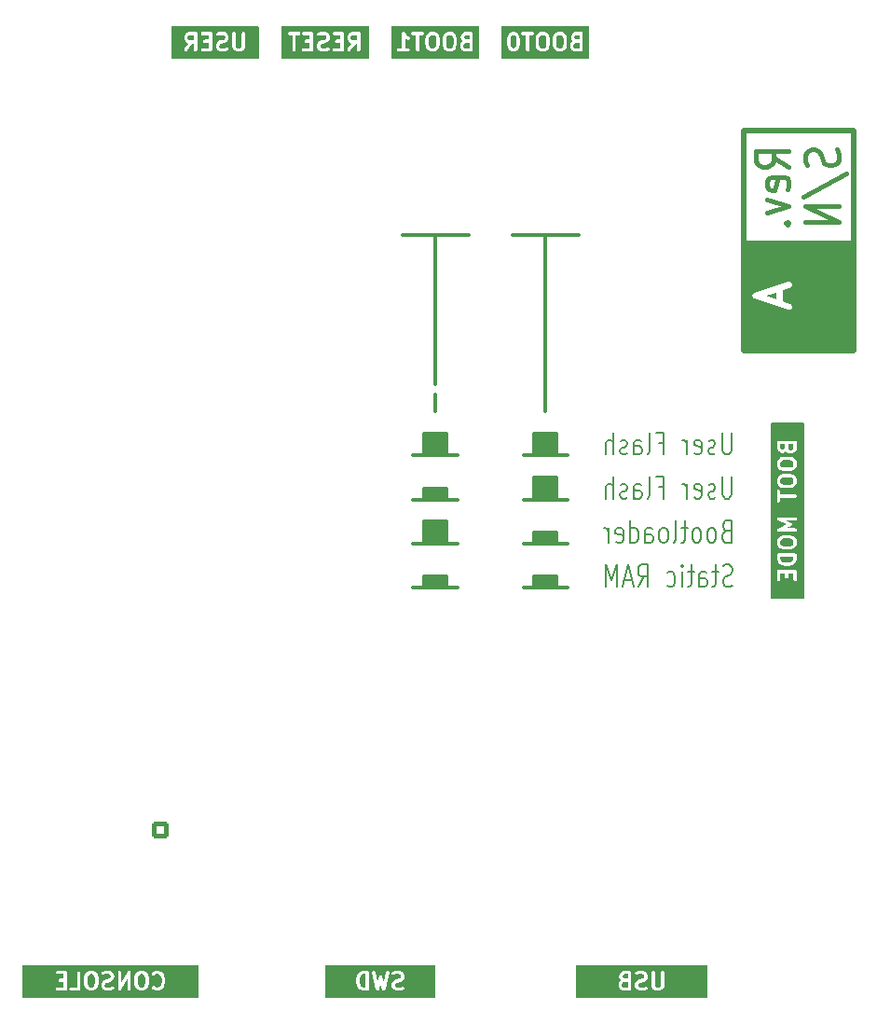
<source format=gbo>
%TF.GenerationSoftware,KiCad,Pcbnew,8.0.5*%
%TF.CreationDate,2025-04-09T01:02:25+01:00*%
%TF.ProjectId,OBC2,4f424332-2e6b-4696-9361-645f70636258,A*%
%TF.SameCoordinates,Original*%
%TF.FileFunction,Legend,Bot*%
%TF.FilePolarity,Positive*%
%FSLAX46Y46*%
G04 Gerber Fmt 4.6, Leading zero omitted, Abs format (unit mm)*
G04 Created by KiCad (PCBNEW 8.0.5) date 2025-04-09 01:02:25*
%MOMM*%
%LPD*%
G01*
G04 APERTURE LIST*
G04 Aperture macros list*
%AMRoundRect*
0 Rectangle with rounded corners*
0 $1 Rounding radius*
0 $2 $3 $4 $5 $6 $7 $8 $9 X,Y pos of 4 corners*
0 Add a 4 corners polygon primitive as box body*
4,1,4,$2,$3,$4,$5,$6,$7,$8,$9,$2,$3,0*
0 Add four circle primitives for the rounded corners*
1,1,$1+$1,$2,$3*
1,1,$1+$1,$4,$5*
1,1,$1+$1,$6,$7*
1,1,$1+$1,$8,$9*
0 Add four rect primitives between the rounded corners*
20,1,$1+$1,$2,$3,$4,$5,0*
20,1,$1+$1,$4,$5,$6,$7,0*
20,1,$1+$1,$6,$7,$8,$9,0*
20,1,$1+$1,$8,$9,$2,$3,0*%
G04 Aperture macros list end*
%ADD10C,0.300000*%
%ADD11C,0.200000*%
%ADD12C,0.600000*%
%ADD13C,0.400000*%
%ADD14C,0.500000*%
%ADD15C,1.000000*%
%ADD16R,2.400000X2.400000*%
%ADD17C,2.400000*%
%ADD18C,2.000000*%
%ADD19C,3.600000*%
%ADD20C,6.400000*%
%ADD21R,1.600000X1.600000*%
%ADD22C,1.600000*%
%ADD23O,1.350000X1.350000*%
%ADD24R,1.350000X1.350000*%
%ADD25C,4.000000*%
%ADD26R,1.500000X2.300000*%
%ADD27O,1.500000X2.300000*%
%ADD28C,3.250000*%
%ADD29RoundRect,0.248000X-0.552000X-0.552000X0.552000X-0.552000X0.552000X0.552000X-0.552000X0.552000X0*%
%ADD30C,2.200000*%
%ADD31R,1.800000X1.800000*%
%ADD32C,1.800000*%
%ADD33C,3.000000*%
%ADD34C,1.400000*%
%ADD35O,1.500000X1.050000*%
%ADD36R,1.500000X1.050000*%
%ADD37C,0.600000*%
G04 APERTURE END LIST*
D10*
G36*
X135528328Y-99368514D02*
G01*
X135475794Y-99526116D01*
X135375188Y-99626721D01*
X135268828Y-99679902D01*
X135017007Y-99742857D01*
X134839649Y-99742857D01*
X134587827Y-99679901D01*
X134481468Y-99626722D01*
X134380861Y-99526115D01*
X134328328Y-99368516D01*
X134328328Y-99185714D01*
X135528328Y-99185714D01*
X135528328Y-99368514D01*
G37*
G36*
X135387354Y-97599729D02*
G01*
X135483621Y-97695996D01*
X135528328Y-97785409D01*
X135528328Y-98000304D01*
X135483621Y-98089716D01*
X135387354Y-98185983D01*
X135159863Y-98242857D01*
X134696792Y-98242857D01*
X134469301Y-98185983D01*
X134373035Y-98089717D01*
X134328328Y-98000303D01*
X134328328Y-97785410D01*
X134373035Y-97695996D01*
X134469302Y-97599729D01*
X134696792Y-97542857D01*
X135159864Y-97542857D01*
X135387354Y-97599729D01*
G37*
G36*
X135387354Y-92028300D02*
G01*
X135483621Y-92124567D01*
X135528328Y-92213980D01*
X135528328Y-92428875D01*
X135483621Y-92518287D01*
X135387354Y-92614554D01*
X135159863Y-92671428D01*
X134696792Y-92671428D01*
X134469301Y-92614554D01*
X134373035Y-92518288D01*
X134328328Y-92428874D01*
X134328328Y-92213981D01*
X134373035Y-92124567D01*
X134469302Y-92028300D01*
X134696792Y-91971428D01*
X135159864Y-91971428D01*
X135387354Y-92028300D01*
G37*
G36*
X135387354Y-90456871D02*
G01*
X135483621Y-90553138D01*
X135528328Y-90642551D01*
X135528328Y-90857446D01*
X135483621Y-90946858D01*
X135387354Y-91043125D01*
X135159863Y-91099999D01*
X134696792Y-91099999D01*
X134469301Y-91043125D01*
X134373035Y-90946859D01*
X134328328Y-90857445D01*
X134328328Y-90642552D01*
X134373035Y-90553138D01*
X134469302Y-90456871D01*
X134696792Y-90399999D01*
X135159864Y-90399999D01*
X135387354Y-90456871D01*
G37*
G36*
X135528328Y-89357446D02*
G01*
X135483621Y-89446859D01*
X135446616Y-89483864D01*
X135357204Y-89528570D01*
X135213738Y-89528570D01*
X135124324Y-89483863D01*
X135095147Y-89454686D01*
X135042614Y-89297084D01*
X135042614Y-88971427D01*
X135528328Y-88971427D01*
X135528328Y-89357446D01*
G37*
G36*
X134742614Y-89286017D02*
G01*
X134697907Y-89375431D01*
X134660903Y-89412434D01*
X134571490Y-89457142D01*
X134499452Y-89457142D01*
X134410039Y-89412435D01*
X134373035Y-89375431D01*
X134328328Y-89286017D01*
X134328328Y-88971427D01*
X134742614Y-88971427D01*
X134742614Y-89286017D01*
G37*
G36*
X135994995Y-101563785D02*
G01*
X133861661Y-101563785D01*
X133861661Y-100535714D01*
X134028328Y-100535714D01*
X134028328Y-101250000D01*
X134031210Y-101279264D01*
X134053608Y-101333336D01*
X134094992Y-101374720D01*
X134149064Y-101397118D01*
X134207592Y-101397118D01*
X134261664Y-101374720D01*
X134303048Y-101333336D01*
X134325446Y-101279264D01*
X134328328Y-101250000D01*
X134328328Y-100685714D01*
X134742614Y-100685714D01*
X134742614Y-101035714D01*
X134745496Y-101064978D01*
X134767894Y-101119050D01*
X134809278Y-101160434D01*
X134863350Y-101182832D01*
X134921878Y-101182832D01*
X134975950Y-101160434D01*
X135017334Y-101119050D01*
X135039732Y-101064978D01*
X135042614Y-101035714D01*
X135042614Y-100685714D01*
X135528328Y-100685714D01*
X135528328Y-101250000D01*
X135531210Y-101279264D01*
X135553608Y-101333336D01*
X135594992Y-101374720D01*
X135649064Y-101397118D01*
X135707592Y-101397118D01*
X135761664Y-101374720D01*
X135803048Y-101333336D01*
X135825446Y-101279264D01*
X135828328Y-101250000D01*
X135828328Y-100535714D01*
X135825446Y-100506450D01*
X135803048Y-100452378D01*
X135761664Y-100410994D01*
X135707592Y-100388596D01*
X135678328Y-100385714D01*
X134178328Y-100385714D01*
X134149064Y-100388596D01*
X134094992Y-100410994D01*
X134053608Y-100452378D01*
X134031210Y-100506450D01*
X134028328Y-100535714D01*
X133861661Y-100535714D01*
X133861661Y-99035714D01*
X134028328Y-99035714D01*
X134028328Y-99392857D01*
X134029786Y-99407668D01*
X134029506Y-99411618D01*
X134030687Y-99416812D01*
X134031210Y-99422121D01*
X134032727Y-99425783D01*
X134036026Y-99440291D01*
X134107454Y-99654577D01*
X134119443Y-99681428D01*
X134122973Y-99685498D01*
X134125036Y-99690478D01*
X134143691Y-99713209D01*
X134286548Y-99856066D01*
X134298050Y-99865506D01*
X134300646Y-99868499D01*
X134305155Y-99871337D01*
X134309278Y-99874721D01*
X134312940Y-99876237D01*
X134325532Y-99884164D01*
X134468388Y-99955593D01*
X134470530Y-99956412D01*
X134471400Y-99957057D01*
X134483671Y-99961441D01*
X134495852Y-99966102D01*
X134496932Y-99966178D01*
X134499091Y-99966950D01*
X134784805Y-100038378D01*
X134789876Y-100039127D01*
X134791921Y-100039975D01*
X134802943Y-100041060D01*
X134813894Y-100042680D01*
X134816081Y-100042354D01*
X134821185Y-100042857D01*
X135035471Y-100042857D01*
X135040574Y-100042354D01*
X135042762Y-100042680D01*
X135053712Y-100041060D01*
X135064735Y-100039975D01*
X135066779Y-100039127D01*
X135071851Y-100038378D01*
X135357565Y-99966950D01*
X135359723Y-99966178D01*
X135360804Y-99966102D01*
X135372978Y-99961443D01*
X135385256Y-99957057D01*
X135386126Y-99956412D01*
X135388267Y-99955593D01*
X135531124Y-99884164D01*
X135543717Y-99876236D01*
X135547377Y-99874721D01*
X135551496Y-99871339D01*
X135556010Y-99868499D01*
X135558606Y-99865505D01*
X135570108Y-99856066D01*
X135712966Y-99713209D01*
X135731621Y-99690479D01*
X135733683Y-99685499D01*
X135737215Y-99681428D01*
X135749203Y-99654577D01*
X135820631Y-99440291D01*
X135823930Y-99425778D01*
X135825446Y-99422121D01*
X135825968Y-99416818D01*
X135827151Y-99411617D01*
X135826869Y-99407662D01*
X135828328Y-99392857D01*
X135828328Y-99035714D01*
X135825446Y-99006450D01*
X135803048Y-98952378D01*
X135761664Y-98910994D01*
X135707592Y-98888596D01*
X135678328Y-98885714D01*
X134178328Y-98885714D01*
X134149064Y-98888596D01*
X134094992Y-98910994D01*
X134053608Y-98952378D01*
X134031210Y-99006450D01*
X134028328Y-99035714D01*
X133861661Y-99035714D01*
X133861661Y-97750000D01*
X134028328Y-97750000D01*
X134028328Y-98035714D01*
X134031210Y-98064978D01*
X134033273Y-98069958D01*
X134033655Y-98075333D01*
X134044164Y-98102796D01*
X134115593Y-98245653D01*
X134123520Y-98258246D01*
X134125036Y-98261906D01*
X134128417Y-98266025D01*
X134131258Y-98270539D01*
X134134251Y-98273135D01*
X134143691Y-98284637D01*
X134286548Y-98427494D01*
X134309278Y-98446149D01*
X134319581Y-98450416D01*
X134328542Y-98457056D01*
X134356233Y-98466949D01*
X134641947Y-98538378D01*
X134647019Y-98539128D01*
X134649064Y-98539975D01*
X134660083Y-98541060D01*
X134671036Y-98542680D01*
X134673224Y-98542354D01*
X134678328Y-98542857D01*
X135178328Y-98542857D01*
X135183431Y-98542354D01*
X135185619Y-98542680D01*
X135196570Y-98541060D01*
X135207592Y-98539975D01*
X135209636Y-98539128D01*
X135214709Y-98538378D01*
X135500422Y-98466949D01*
X135528113Y-98457056D01*
X135537073Y-98450416D01*
X135547377Y-98446149D01*
X135570108Y-98427494D01*
X135712966Y-98284637D01*
X135722409Y-98273130D01*
X135725399Y-98270538D01*
X135728235Y-98266032D01*
X135731621Y-98261907D01*
X135733138Y-98258243D01*
X135741064Y-98245653D01*
X135812492Y-98102795D01*
X135823002Y-98075332D01*
X135823383Y-98069956D01*
X135825446Y-98064978D01*
X135828328Y-98035714D01*
X135828328Y-97750000D01*
X135825446Y-97720736D01*
X135823383Y-97715757D01*
X135823002Y-97710382D01*
X135812492Y-97682919D01*
X135741064Y-97540061D01*
X135733137Y-97527469D01*
X135731621Y-97523808D01*
X135728237Y-97519685D01*
X135725399Y-97515176D01*
X135722407Y-97512581D01*
X135712966Y-97501077D01*
X135570108Y-97358219D01*
X135547377Y-97339564D01*
X135537073Y-97335296D01*
X135528113Y-97328657D01*
X135500422Y-97318764D01*
X135214708Y-97247336D01*
X135209636Y-97246586D01*
X135207592Y-97245739D01*
X135196569Y-97244653D01*
X135185619Y-97243034D01*
X135183431Y-97243359D01*
X135178328Y-97242857D01*
X134678328Y-97242857D01*
X134673224Y-97243359D01*
X134671037Y-97243034D01*
X134660086Y-97244653D01*
X134649064Y-97245739D01*
X134647019Y-97246586D01*
X134641948Y-97247336D01*
X134356234Y-97318764D01*
X134328543Y-97328657D01*
X134319583Y-97335295D01*
X134309278Y-97339564D01*
X134286548Y-97358219D01*
X134143691Y-97501077D01*
X134134251Y-97512578D01*
X134131258Y-97515175D01*
X134128417Y-97519688D01*
X134125036Y-97523808D01*
X134123520Y-97527467D01*
X134115593Y-97540061D01*
X134044164Y-97682918D01*
X134033655Y-97710381D01*
X134033273Y-97715755D01*
X134031210Y-97720736D01*
X134028328Y-97750000D01*
X133861661Y-97750000D01*
X133861661Y-95772774D01*
X134030067Y-95772774D01*
X134031210Y-95775917D01*
X134031210Y-95779263D01*
X134041171Y-95803311D01*
X134050068Y-95827777D01*
X134052327Y-95830244D01*
X134053608Y-95833335D01*
X134072005Y-95851732D01*
X134089595Y-95870940D01*
X134093563Y-95873290D01*
X134094992Y-95874719D01*
X134098260Y-95876072D01*
X134114895Y-95885926D01*
X134895050Y-96249999D01*
X134114895Y-96614072D01*
X134098260Y-96623925D01*
X134094992Y-96625279D01*
X134093563Y-96626707D01*
X134089595Y-96629058D01*
X134072005Y-96648265D01*
X134053608Y-96666663D01*
X134052327Y-96669753D01*
X134050068Y-96672221D01*
X134041171Y-96696686D01*
X134031210Y-96720735D01*
X134031210Y-96724080D01*
X134030067Y-96727224D01*
X134031210Y-96753228D01*
X134031210Y-96779263D01*
X134032490Y-96782353D01*
X134032637Y-96785694D01*
X134043647Y-96809289D01*
X134053608Y-96833335D01*
X134055971Y-96835698D01*
X134057387Y-96838732D01*
X134076594Y-96856321D01*
X134094992Y-96874719D01*
X134098082Y-96875999D01*
X134100550Y-96878259D01*
X134125015Y-96887155D01*
X134149064Y-96897117D01*
X134153652Y-96897568D01*
X134155553Y-96898260D01*
X134159091Y-96898104D01*
X134178328Y-96899999D01*
X135678328Y-96899999D01*
X135707592Y-96897117D01*
X135761664Y-96874719D01*
X135803048Y-96833335D01*
X135825446Y-96779263D01*
X135825446Y-96720735D01*
X135803048Y-96666663D01*
X135761664Y-96625279D01*
X135707592Y-96602881D01*
X135678328Y-96599999D01*
X134854462Y-96599999D01*
X135313190Y-96385926D01*
X135323903Y-96379579D01*
X135327535Y-96378259D01*
X135330103Y-96375907D01*
X135338490Y-96370939D01*
X135353880Y-96354133D01*
X135370698Y-96338732D01*
X135373518Y-96332688D01*
X135378017Y-96327776D01*
X135385803Y-96306364D01*
X135395449Y-96285695D01*
X135395741Y-96279033D01*
X135398018Y-96272774D01*
X135397017Y-96249999D01*
X135398018Y-96227224D01*
X135395741Y-96220964D01*
X135395449Y-96214303D01*
X135385803Y-96193633D01*
X135378017Y-96172222D01*
X135373518Y-96167309D01*
X135370698Y-96161266D01*
X135353880Y-96145864D01*
X135338490Y-96129059D01*
X135330103Y-96124090D01*
X135327535Y-96121739D01*
X135323903Y-96120418D01*
X135313190Y-96114072D01*
X134854462Y-95899999D01*
X135678328Y-95899999D01*
X135707592Y-95897117D01*
X135761664Y-95874719D01*
X135803048Y-95833335D01*
X135825446Y-95779263D01*
X135825446Y-95720735D01*
X135803048Y-95666663D01*
X135761664Y-95625279D01*
X135707592Y-95602881D01*
X135678328Y-95599999D01*
X134178328Y-95599999D01*
X134159091Y-95601893D01*
X134155553Y-95601738D01*
X134153652Y-95602429D01*
X134149064Y-95602881D01*
X134125015Y-95612842D01*
X134100550Y-95621739D01*
X134098082Y-95623998D01*
X134094992Y-95625279D01*
X134076594Y-95643676D01*
X134057387Y-95661266D01*
X134055971Y-95664299D01*
X134053608Y-95666663D01*
X134043647Y-95690708D01*
X134032637Y-95714304D01*
X134032490Y-95717644D01*
X134031210Y-95720735D01*
X134031210Y-95746769D01*
X134030067Y-95772774D01*
X133861661Y-95772774D01*
X133861661Y-93250000D01*
X134028328Y-93250000D01*
X134028328Y-94107143D01*
X134031210Y-94136407D01*
X134053608Y-94190479D01*
X134094992Y-94231863D01*
X134149064Y-94254261D01*
X134207592Y-94254261D01*
X134261664Y-94231863D01*
X134303048Y-94190479D01*
X134325446Y-94136407D01*
X134328328Y-94107143D01*
X134328328Y-93828571D01*
X135678328Y-93828571D01*
X135707592Y-93825689D01*
X135761664Y-93803291D01*
X135803048Y-93761907D01*
X135825446Y-93707835D01*
X135825446Y-93649307D01*
X135803048Y-93595235D01*
X135761664Y-93553851D01*
X135707592Y-93531453D01*
X135678328Y-93528571D01*
X134328328Y-93528571D01*
X134328328Y-93250000D01*
X134325446Y-93220736D01*
X134303048Y-93166664D01*
X134261664Y-93125280D01*
X134207592Y-93102882D01*
X134149064Y-93102882D01*
X134094992Y-93125280D01*
X134053608Y-93166664D01*
X134031210Y-93220736D01*
X134028328Y-93250000D01*
X133861661Y-93250000D01*
X133861661Y-92178571D01*
X134028328Y-92178571D01*
X134028328Y-92464285D01*
X134031210Y-92493549D01*
X134033273Y-92498529D01*
X134033655Y-92503904D01*
X134044164Y-92531367D01*
X134115593Y-92674224D01*
X134123520Y-92686817D01*
X134125036Y-92690477D01*
X134128417Y-92694596D01*
X134131258Y-92699110D01*
X134134251Y-92701706D01*
X134143691Y-92713208D01*
X134286548Y-92856065D01*
X134309278Y-92874720D01*
X134319581Y-92878987D01*
X134328542Y-92885627D01*
X134356233Y-92895520D01*
X134641947Y-92966949D01*
X134647019Y-92967699D01*
X134649064Y-92968546D01*
X134660083Y-92969631D01*
X134671036Y-92971251D01*
X134673224Y-92970925D01*
X134678328Y-92971428D01*
X135178328Y-92971428D01*
X135183431Y-92970925D01*
X135185619Y-92971251D01*
X135196570Y-92969631D01*
X135207592Y-92968546D01*
X135209636Y-92967699D01*
X135214709Y-92966949D01*
X135500422Y-92895520D01*
X135528113Y-92885627D01*
X135537073Y-92878987D01*
X135547377Y-92874720D01*
X135570108Y-92856065D01*
X135712966Y-92713208D01*
X135722409Y-92701701D01*
X135725399Y-92699109D01*
X135728235Y-92694603D01*
X135731621Y-92690478D01*
X135733138Y-92686814D01*
X135741064Y-92674224D01*
X135812492Y-92531366D01*
X135823002Y-92503903D01*
X135823383Y-92498527D01*
X135825446Y-92493549D01*
X135828328Y-92464285D01*
X135828328Y-92178571D01*
X135825446Y-92149307D01*
X135823383Y-92144328D01*
X135823002Y-92138953D01*
X135812492Y-92111490D01*
X135741064Y-91968632D01*
X135733137Y-91956040D01*
X135731621Y-91952379D01*
X135728237Y-91948256D01*
X135725399Y-91943747D01*
X135722407Y-91941152D01*
X135712966Y-91929648D01*
X135570108Y-91786790D01*
X135547377Y-91768135D01*
X135537073Y-91763867D01*
X135528113Y-91757228D01*
X135500422Y-91747335D01*
X135214708Y-91675907D01*
X135209636Y-91675157D01*
X135207592Y-91674310D01*
X135196569Y-91673224D01*
X135185619Y-91671605D01*
X135183431Y-91671930D01*
X135178328Y-91671428D01*
X134678328Y-91671428D01*
X134673224Y-91671930D01*
X134671037Y-91671605D01*
X134660086Y-91673224D01*
X134649064Y-91674310D01*
X134647019Y-91675157D01*
X134641948Y-91675907D01*
X134356234Y-91747335D01*
X134328543Y-91757228D01*
X134319583Y-91763866D01*
X134309278Y-91768135D01*
X134286548Y-91786790D01*
X134143691Y-91929648D01*
X134134251Y-91941149D01*
X134131258Y-91943746D01*
X134128417Y-91948259D01*
X134125036Y-91952379D01*
X134123520Y-91956038D01*
X134115593Y-91968632D01*
X134044164Y-92111489D01*
X134033655Y-92138952D01*
X134033273Y-92144326D01*
X134031210Y-92149307D01*
X134028328Y-92178571D01*
X133861661Y-92178571D01*
X133861661Y-90607142D01*
X134028328Y-90607142D01*
X134028328Y-90892856D01*
X134031210Y-90922120D01*
X134033273Y-90927100D01*
X134033655Y-90932475D01*
X134044164Y-90959938D01*
X134115593Y-91102795D01*
X134123520Y-91115388D01*
X134125036Y-91119048D01*
X134128417Y-91123167D01*
X134131258Y-91127681D01*
X134134251Y-91130277D01*
X134143691Y-91141779D01*
X134286548Y-91284636D01*
X134309278Y-91303291D01*
X134319581Y-91307558D01*
X134328542Y-91314198D01*
X134356233Y-91324091D01*
X134641947Y-91395520D01*
X134647019Y-91396270D01*
X134649064Y-91397117D01*
X134660083Y-91398202D01*
X134671036Y-91399822D01*
X134673224Y-91399496D01*
X134678328Y-91399999D01*
X135178328Y-91399999D01*
X135183431Y-91399496D01*
X135185619Y-91399822D01*
X135196570Y-91398202D01*
X135207592Y-91397117D01*
X135209636Y-91396270D01*
X135214709Y-91395520D01*
X135500422Y-91324091D01*
X135528113Y-91314198D01*
X135537073Y-91307558D01*
X135547377Y-91303291D01*
X135570108Y-91284636D01*
X135712966Y-91141779D01*
X135722409Y-91130272D01*
X135725399Y-91127680D01*
X135728235Y-91123174D01*
X135731621Y-91119049D01*
X135733138Y-91115385D01*
X135741064Y-91102795D01*
X135812492Y-90959937D01*
X135823002Y-90932474D01*
X135823383Y-90927098D01*
X135825446Y-90922120D01*
X135828328Y-90892856D01*
X135828328Y-90607142D01*
X135825446Y-90577878D01*
X135823383Y-90572899D01*
X135823002Y-90567524D01*
X135812492Y-90540061D01*
X135741064Y-90397203D01*
X135733137Y-90384611D01*
X135731621Y-90380950D01*
X135728237Y-90376827D01*
X135725399Y-90372318D01*
X135722407Y-90369723D01*
X135712966Y-90358219D01*
X135570108Y-90215361D01*
X135547377Y-90196706D01*
X135537073Y-90192438D01*
X135528113Y-90185799D01*
X135500422Y-90175906D01*
X135214708Y-90104478D01*
X135209636Y-90103728D01*
X135207592Y-90102881D01*
X135196569Y-90101795D01*
X135185619Y-90100176D01*
X135183431Y-90100501D01*
X135178328Y-90099999D01*
X134678328Y-90099999D01*
X134673224Y-90100501D01*
X134671037Y-90100176D01*
X134660086Y-90101795D01*
X134649064Y-90102881D01*
X134647019Y-90103728D01*
X134641948Y-90104478D01*
X134356234Y-90175906D01*
X134328543Y-90185799D01*
X134319583Y-90192437D01*
X134309278Y-90196706D01*
X134286548Y-90215361D01*
X134143691Y-90358219D01*
X134134251Y-90369720D01*
X134131258Y-90372317D01*
X134128417Y-90376830D01*
X134125036Y-90380950D01*
X134123520Y-90384609D01*
X134115593Y-90397203D01*
X134044164Y-90540060D01*
X134033655Y-90567523D01*
X134033273Y-90572897D01*
X134031210Y-90577878D01*
X134028328Y-90607142D01*
X133861661Y-90607142D01*
X133861661Y-88821427D01*
X134028328Y-88821427D01*
X134028328Y-89321427D01*
X134031210Y-89350691D01*
X134033271Y-89355668D01*
X134033654Y-89361046D01*
X134044164Y-89388509D01*
X134115593Y-89531367D01*
X134123520Y-89543960D01*
X134125036Y-89547620D01*
X134128417Y-89551739D01*
X134131258Y-89556253D01*
X134134251Y-89558849D01*
X134143691Y-89570351D01*
X134215119Y-89641779D01*
X134226621Y-89651219D01*
X134229217Y-89654212D01*
X134233726Y-89657050D01*
X134237849Y-89660434D01*
X134241511Y-89661950D01*
X134254103Y-89669877D01*
X134396959Y-89741306D01*
X134424423Y-89751815D01*
X134429797Y-89752196D01*
X134434778Y-89754260D01*
X134464042Y-89757142D01*
X134606900Y-89757142D01*
X134636164Y-89754260D01*
X134641144Y-89752196D01*
X134646519Y-89751815D01*
X134673982Y-89741306D01*
X134816839Y-89669877D01*
X134829432Y-89661949D01*
X134833092Y-89660434D01*
X134837211Y-89657052D01*
X134841725Y-89654212D01*
X134844321Y-89651218D01*
X134855823Y-89641779D01*
X134857005Y-89640596D01*
X134857976Y-89641779D01*
X134929405Y-89713208D01*
X134940909Y-89722649D01*
X134943504Y-89725641D01*
X134948013Y-89728479D01*
X134952136Y-89731863D01*
X134955797Y-89733379D01*
X134968389Y-89741306D01*
X135111247Y-89812734D01*
X135138710Y-89823244D01*
X135144085Y-89823625D01*
X135149064Y-89825688D01*
X135178328Y-89828570D01*
X135392614Y-89828570D01*
X135421878Y-89825688D01*
X135426856Y-89823625D01*
X135432232Y-89823244D01*
X135459696Y-89812734D01*
X135602553Y-89741306D01*
X135615146Y-89733378D01*
X135618806Y-89731863D01*
X135622925Y-89728481D01*
X135627439Y-89725641D01*
X135630035Y-89722647D01*
X135641537Y-89713208D01*
X135712966Y-89641779D01*
X135722407Y-89630274D01*
X135725399Y-89627680D01*
X135728237Y-89623170D01*
X135731621Y-89619048D01*
X135733137Y-89615386D01*
X135741064Y-89602795D01*
X135812492Y-89459937D01*
X135823002Y-89432474D01*
X135823383Y-89427098D01*
X135825446Y-89422120D01*
X135828328Y-89392856D01*
X135828328Y-88821427D01*
X135825446Y-88792163D01*
X135803048Y-88738091D01*
X135761664Y-88696707D01*
X135707592Y-88674309D01*
X135678328Y-88671427D01*
X134178328Y-88671427D01*
X134149064Y-88674309D01*
X134094992Y-88696707D01*
X134053608Y-88738091D01*
X134031210Y-88792163D01*
X134028328Y-88821427D01*
X133861661Y-88821427D01*
X133861661Y-88504760D01*
X135994995Y-88504760D01*
X135994995Y-101563785D01*
G37*
D11*
X129988720Y-101819600D02*
X129774435Y-101914838D01*
X129774435Y-101914838D02*
X129417292Y-101914838D01*
X129417292Y-101914838D02*
X129274435Y-101819600D01*
X129274435Y-101819600D02*
X129203006Y-101724361D01*
X129203006Y-101724361D02*
X129131577Y-101533885D01*
X129131577Y-101533885D02*
X129131577Y-101343409D01*
X129131577Y-101343409D02*
X129203006Y-101152933D01*
X129203006Y-101152933D02*
X129274435Y-101057695D01*
X129274435Y-101057695D02*
X129417292Y-100962457D01*
X129417292Y-100962457D02*
X129703006Y-100867219D01*
X129703006Y-100867219D02*
X129845863Y-100771980D01*
X129845863Y-100771980D02*
X129917292Y-100676742D01*
X129917292Y-100676742D02*
X129988720Y-100486266D01*
X129988720Y-100486266D02*
X129988720Y-100295790D01*
X129988720Y-100295790D02*
X129917292Y-100105314D01*
X129917292Y-100105314D02*
X129845863Y-100010076D01*
X129845863Y-100010076D02*
X129703006Y-99914838D01*
X129703006Y-99914838D02*
X129345863Y-99914838D01*
X129345863Y-99914838D02*
X129131577Y-100010076D01*
X128703006Y-100581504D02*
X128131578Y-100581504D01*
X128488721Y-99914838D02*
X128488721Y-101629123D01*
X128488721Y-101629123D02*
X128417292Y-101819600D01*
X128417292Y-101819600D02*
X128274435Y-101914838D01*
X128274435Y-101914838D02*
X128131578Y-101914838D01*
X126988721Y-101914838D02*
X126988721Y-100867219D01*
X126988721Y-100867219D02*
X127060149Y-100676742D01*
X127060149Y-100676742D02*
X127203006Y-100581504D01*
X127203006Y-100581504D02*
X127488721Y-100581504D01*
X127488721Y-100581504D02*
X127631578Y-100676742D01*
X126988721Y-101819600D02*
X127131578Y-101914838D01*
X127131578Y-101914838D02*
X127488721Y-101914838D01*
X127488721Y-101914838D02*
X127631578Y-101819600D01*
X127631578Y-101819600D02*
X127703006Y-101629123D01*
X127703006Y-101629123D02*
X127703006Y-101438647D01*
X127703006Y-101438647D02*
X127631578Y-101248171D01*
X127631578Y-101248171D02*
X127488721Y-101152933D01*
X127488721Y-101152933D02*
X127131578Y-101152933D01*
X127131578Y-101152933D02*
X126988721Y-101057695D01*
X126488720Y-100581504D02*
X125917292Y-100581504D01*
X126274435Y-99914838D02*
X126274435Y-101629123D01*
X126274435Y-101629123D02*
X126203006Y-101819600D01*
X126203006Y-101819600D02*
X126060149Y-101914838D01*
X126060149Y-101914838D02*
X125917292Y-101914838D01*
X125417292Y-101914838D02*
X125417292Y-100581504D01*
X125417292Y-99914838D02*
X125488720Y-100010076D01*
X125488720Y-100010076D02*
X125417292Y-100105314D01*
X125417292Y-100105314D02*
X125345863Y-100010076D01*
X125345863Y-100010076D02*
X125417292Y-99914838D01*
X125417292Y-99914838D02*
X125417292Y-100105314D01*
X124060149Y-101819600D02*
X124203006Y-101914838D01*
X124203006Y-101914838D02*
X124488720Y-101914838D01*
X124488720Y-101914838D02*
X124631577Y-101819600D01*
X124631577Y-101819600D02*
X124703006Y-101724361D01*
X124703006Y-101724361D02*
X124774434Y-101533885D01*
X124774434Y-101533885D02*
X124774434Y-100962457D01*
X124774434Y-100962457D02*
X124703006Y-100771980D01*
X124703006Y-100771980D02*
X124631577Y-100676742D01*
X124631577Y-100676742D02*
X124488720Y-100581504D01*
X124488720Y-100581504D02*
X124203006Y-100581504D01*
X124203006Y-100581504D02*
X124060149Y-100676742D01*
X121417292Y-101914838D02*
X121917292Y-100962457D01*
X122274435Y-101914838D02*
X122274435Y-99914838D01*
X122274435Y-99914838D02*
X121703006Y-99914838D01*
X121703006Y-99914838D02*
X121560149Y-100010076D01*
X121560149Y-100010076D02*
X121488720Y-100105314D01*
X121488720Y-100105314D02*
X121417292Y-100295790D01*
X121417292Y-100295790D02*
X121417292Y-100581504D01*
X121417292Y-100581504D02*
X121488720Y-100771980D01*
X121488720Y-100771980D02*
X121560149Y-100867219D01*
X121560149Y-100867219D02*
X121703006Y-100962457D01*
X121703006Y-100962457D02*
X122274435Y-100962457D01*
X120845863Y-101343409D02*
X120131578Y-101343409D01*
X120988720Y-101914838D02*
X120488720Y-99914838D01*
X120488720Y-99914838D02*
X119988720Y-101914838D01*
X119488721Y-101914838D02*
X119488721Y-99914838D01*
X119488721Y-99914838D02*
X118988721Y-101343409D01*
X118988721Y-101343409D02*
X118488721Y-99914838D01*
X118488721Y-99914838D02*
X118488721Y-101914838D01*
X129417292Y-96867219D02*
X129203006Y-96962457D01*
X129203006Y-96962457D02*
X129131577Y-97057695D01*
X129131577Y-97057695D02*
X129060149Y-97248171D01*
X129060149Y-97248171D02*
X129060149Y-97533885D01*
X129060149Y-97533885D02*
X129131577Y-97724361D01*
X129131577Y-97724361D02*
X129203006Y-97819600D01*
X129203006Y-97819600D02*
X129345863Y-97914838D01*
X129345863Y-97914838D02*
X129917292Y-97914838D01*
X129917292Y-97914838D02*
X129917292Y-95914838D01*
X129917292Y-95914838D02*
X129417292Y-95914838D01*
X129417292Y-95914838D02*
X129274435Y-96010076D01*
X129274435Y-96010076D02*
X129203006Y-96105314D01*
X129203006Y-96105314D02*
X129131577Y-96295790D01*
X129131577Y-96295790D02*
X129131577Y-96486266D01*
X129131577Y-96486266D02*
X129203006Y-96676742D01*
X129203006Y-96676742D02*
X129274435Y-96771980D01*
X129274435Y-96771980D02*
X129417292Y-96867219D01*
X129417292Y-96867219D02*
X129917292Y-96867219D01*
X128203006Y-97914838D02*
X128345863Y-97819600D01*
X128345863Y-97819600D02*
X128417292Y-97724361D01*
X128417292Y-97724361D02*
X128488720Y-97533885D01*
X128488720Y-97533885D02*
X128488720Y-96962457D01*
X128488720Y-96962457D02*
X128417292Y-96771980D01*
X128417292Y-96771980D02*
X128345863Y-96676742D01*
X128345863Y-96676742D02*
X128203006Y-96581504D01*
X128203006Y-96581504D02*
X127988720Y-96581504D01*
X127988720Y-96581504D02*
X127845863Y-96676742D01*
X127845863Y-96676742D02*
X127774435Y-96771980D01*
X127774435Y-96771980D02*
X127703006Y-96962457D01*
X127703006Y-96962457D02*
X127703006Y-97533885D01*
X127703006Y-97533885D02*
X127774435Y-97724361D01*
X127774435Y-97724361D02*
X127845863Y-97819600D01*
X127845863Y-97819600D02*
X127988720Y-97914838D01*
X127988720Y-97914838D02*
X128203006Y-97914838D01*
X126845863Y-97914838D02*
X126988720Y-97819600D01*
X126988720Y-97819600D02*
X127060149Y-97724361D01*
X127060149Y-97724361D02*
X127131577Y-97533885D01*
X127131577Y-97533885D02*
X127131577Y-96962457D01*
X127131577Y-96962457D02*
X127060149Y-96771980D01*
X127060149Y-96771980D02*
X126988720Y-96676742D01*
X126988720Y-96676742D02*
X126845863Y-96581504D01*
X126845863Y-96581504D02*
X126631577Y-96581504D01*
X126631577Y-96581504D02*
X126488720Y-96676742D01*
X126488720Y-96676742D02*
X126417292Y-96771980D01*
X126417292Y-96771980D02*
X126345863Y-96962457D01*
X126345863Y-96962457D02*
X126345863Y-97533885D01*
X126345863Y-97533885D02*
X126417292Y-97724361D01*
X126417292Y-97724361D02*
X126488720Y-97819600D01*
X126488720Y-97819600D02*
X126631577Y-97914838D01*
X126631577Y-97914838D02*
X126845863Y-97914838D01*
X125917291Y-96581504D02*
X125345863Y-96581504D01*
X125703006Y-95914838D02*
X125703006Y-97629123D01*
X125703006Y-97629123D02*
X125631577Y-97819600D01*
X125631577Y-97819600D02*
X125488720Y-97914838D01*
X125488720Y-97914838D02*
X125345863Y-97914838D01*
X124631577Y-97914838D02*
X124774434Y-97819600D01*
X124774434Y-97819600D02*
X124845863Y-97629123D01*
X124845863Y-97629123D02*
X124845863Y-95914838D01*
X123845863Y-97914838D02*
X123988720Y-97819600D01*
X123988720Y-97819600D02*
X124060149Y-97724361D01*
X124060149Y-97724361D02*
X124131577Y-97533885D01*
X124131577Y-97533885D02*
X124131577Y-96962457D01*
X124131577Y-96962457D02*
X124060149Y-96771980D01*
X124060149Y-96771980D02*
X123988720Y-96676742D01*
X123988720Y-96676742D02*
X123845863Y-96581504D01*
X123845863Y-96581504D02*
X123631577Y-96581504D01*
X123631577Y-96581504D02*
X123488720Y-96676742D01*
X123488720Y-96676742D02*
X123417292Y-96771980D01*
X123417292Y-96771980D02*
X123345863Y-96962457D01*
X123345863Y-96962457D02*
X123345863Y-97533885D01*
X123345863Y-97533885D02*
X123417292Y-97724361D01*
X123417292Y-97724361D02*
X123488720Y-97819600D01*
X123488720Y-97819600D02*
X123631577Y-97914838D01*
X123631577Y-97914838D02*
X123845863Y-97914838D01*
X122060149Y-97914838D02*
X122060149Y-96867219D01*
X122060149Y-96867219D02*
X122131577Y-96676742D01*
X122131577Y-96676742D02*
X122274434Y-96581504D01*
X122274434Y-96581504D02*
X122560149Y-96581504D01*
X122560149Y-96581504D02*
X122703006Y-96676742D01*
X122060149Y-97819600D02*
X122203006Y-97914838D01*
X122203006Y-97914838D02*
X122560149Y-97914838D01*
X122560149Y-97914838D02*
X122703006Y-97819600D01*
X122703006Y-97819600D02*
X122774434Y-97629123D01*
X122774434Y-97629123D02*
X122774434Y-97438647D01*
X122774434Y-97438647D02*
X122703006Y-97248171D01*
X122703006Y-97248171D02*
X122560149Y-97152933D01*
X122560149Y-97152933D02*
X122203006Y-97152933D01*
X122203006Y-97152933D02*
X122060149Y-97057695D01*
X120703006Y-97914838D02*
X120703006Y-95914838D01*
X120703006Y-97819600D02*
X120845863Y-97914838D01*
X120845863Y-97914838D02*
X121131577Y-97914838D01*
X121131577Y-97914838D02*
X121274434Y-97819600D01*
X121274434Y-97819600D02*
X121345863Y-97724361D01*
X121345863Y-97724361D02*
X121417291Y-97533885D01*
X121417291Y-97533885D02*
X121417291Y-96962457D01*
X121417291Y-96962457D02*
X121345863Y-96771980D01*
X121345863Y-96771980D02*
X121274434Y-96676742D01*
X121274434Y-96676742D02*
X121131577Y-96581504D01*
X121131577Y-96581504D02*
X120845863Y-96581504D01*
X120845863Y-96581504D02*
X120703006Y-96676742D01*
X119417291Y-97819600D02*
X119560148Y-97914838D01*
X119560148Y-97914838D02*
X119845863Y-97914838D01*
X119845863Y-97914838D02*
X119988720Y-97819600D01*
X119988720Y-97819600D02*
X120060148Y-97629123D01*
X120060148Y-97629123D02*
X120060148Y-96867219D01*
X120060148Y-96867219D02*
X119988720Y-96676742D01*
X119988720Y-96676742D02*
X119845863Y-96581504D01*
X119845863Y-96581504D02*
X119560148Y-96581504D01*
X119560148Y-96581504D02*
X119417291Y-96676742D01*
X119417291Y-96676742D02*
X119345863Y-96867219D01*
X119345863Y-96867219D02*
X119345863Y-97057695D01*
X119345863Y-97057695D02*
X120060148Y-97248171D01*
X118703006Y-97914838D02*
X118703006Y-96581504D01*
X118703006Y-96962457D02*
X118631577Y-96771980D01*
X118631577Y-96771980D02*
X118560149Y-96676742D01*
X118560149Y-96676742D02*
X118417291Y-96581504D01*
X118417291Y-96581504D02*
X118274434Y-96581504D01*
X129917292Y-91914838D02*
X129917292Y-93533885D01*
X129917292Y-93533885D02*
X129845863Y-93724361D01*
X129845863Y-93724361D02*
X129774435Y-93819600D01*
X129774435Y-93819600D02*
X129631577Y-93914838D01*
X129631577Y-93914838D02*
X129345863Y-93914838D01*
X129345863Y-93914838D02*
X129203006Y-93819600D01*
X129203006Y-93819600D02*
X129131577Y-93724361D01*
X129131577Y-93724361D02*
X129060149Y-93533885D01*
X129060149Y-93533885D02*
X129060149Y-91914838D01*
X128417291Y-93819600D02*
X128274434Y-93914838D01*
X128274434Y-93914838D02*
X127988720Y-93914838D01*
X127988720Y-93914838D02*
X127845863Y-93819600D01*
X127845863Y-93819600D02*
X127774434Y-93629123D01*
X127774434Y-93629123D02*
X127774434Y-93533885D01*
X127774434Y-93533885D02*
X127845863Y-93343409D01*
X127845863Y-93343409D02*
X127988720Y-93248171D01*
X127988720Y-93248171D02*
X128203006Y-93248171D01*
X128203006Y-93248171D02*
X128345863Y-93152933D01*
X128345863Y-93152933D02*
X128417291Y-92962457D01*
X128417291Y-92962457D02*
X128417291Y-92867219D01*
X128417291Y-92867219D02*
X128345863Y-92676742D01*
X128345863Y-92676742D02*
X128203006Y-92581504D01*
X128203006Y-92581504D02*
X127988720Y-92581504D01*
X127988720Y-92581504D02*
X127845863Y-92676742D01*
X126560148Y-93819600D02*
X126703005Y-93914838D01*
X126703005Y-93914838D02*
X126988720Y-93914838D01*
X126988720Y-93914838D02*
X127131577Y-93819600D01*
X127131577Y-93819600D02*
X127203005Y-93629123D01*
X127203005Y-93629123D02*
X127203005Y-92867219D01*
X127203005Y-92867219D02*
X127131577Y-92676742D01*
X127131577Y-92676742D02*
X126988720Y-92581504D01*
X126988720Y-92581504D02*
X126703005Y-92581504D01*
X126703005Y-92581504D02*
X126560148Y-92676742D01*
X126560148Y-92676742D02*
X126488720Y-92867219D01*
X126488720Y-92867219D02*
X126488720Y-93057695D01*
X126488720Y-93057695D02*
X127203005Y-93248171D01*
X125845863Y-93914838D02*
X125845863Y-92581504D01*
X125845863Y-92962457D02*
X125774434Y-92771980D01*
X125774434Y-92771980D02*
X125703006Y-92676742D01*
X125703006Y-92676742D02*
X125560148Y-92581504D01*
X125560148Y-92581504D02*
X125417291Y-92581504D01*
X123274435Y-92867219D02*
X123774435Y-92867219D01*
X123774435Y-93914838D02*
X123774435Y-91914838D01*
X123774435Y-91914838D02*
X123060149Y-91914838D01*
X122274435Y-93914838D02*
X122417292Y-93819600D01*
X122417292Y-93819600D02*
X122488721Y-93629123D01*
X122488721Y-93629123D02*
X122488721Y-91914838D01*
X121060150Y-93914838D02*
X121060150Y-92867219D01*
X121060150Y-92867219D02*
X121131578Y-92676742D01*
X121131578Y-92676742D02*
X121274435Y-92581504D01*
X121274435Y-92581504D02*
X121560150Y-92581504D01*
X121560150Y-92581504D02*
X121703007Y-92676742D01*
X121060150Y-93819600D02*
X121203007Y-93914838D01*
X121203007Y-93914838D02*
X121560150Y-93914838D01*
X121560150Y-93914838D02*
X121703007Y-93819600D01*
X121703007Y-93819600D02*
X121774435Y-93629123D01*
X121774435Y-93629123D02*
X121774435Y-93438647D01*
X121774435Y-93438647D02*
X121703007Y-93248171D01*
X121703007Y-93248171D02*
X121560150Y-93152933D01*
X121560150Y-93152933D02*
X121203007Y-93152933D01*
X121203007Y-93152933D02*
X121060150Y-93057695D01*
X120417292Y-93819600D02*
X120274435Y-93914838D01*
X120274435Y-93914838D02*
X119988721Y-93914838D01*
X119988721Y-93914838D02*
X119845864Y-93819600D01*
X119845864Y-93819600D02*
X119774435Y-93629123D01*
X119774435Y-93629123D02*
X119774435Y-93533885D01*
X119774435Y-93533885D02*
X119845864Y-93343409D01*
X119845864Y-93343409D02*
X119988721Y-93248171D01*
X119988721Y-93248171D02*
X120203007Y-93248171D01*
X120203007Y-93248171D02*
X120345864Y-93152933D01*
X120345864Y-93152933D02*
X120417292Y-92962457D01*
X120417292Y-92962457D02*
X120417292Y-92867219D01*
X120417292Y-92867219D02*
X120345864Y-92676742D01*
X120345864Y-92676742D02*
X120203007Y-92581504D01*
X120203007Y-92581504D02*
X119988721Y-92581504D01*
X119988721Y-92581504D02*
X119845864Y-92676742D01*
X119131578Y-93914838D02*
X119131578Y-91914838D01*
X118488721Y-93914838D02*
X118488721Y-92867219D01*
X118488721Y-92867219D02*
X118560149Y-92676742D01*
X118560149Y-92676742D02*
X118703006Y-92581504D01*
X118703006Y-92581504D02*
X118917292Y-92581504D01*
X118917292Y-92581504D02*
X119060149Y-92676742D01*
X119060149Y-92676742D02*
X119131578Y-92771980D01*
X129917292Y-87914838D02*
X129917292Y-89533885D01*
X129917292Y-89533885D02*
X129845863Y-89724361D01*
X129845863Y-89724361D02*
X129774435Y-89819600D01*
X129774435Y-89819600D02*
X129631577Y-89914838D01*
X129631577Y-89914838D02*
X129345863Y-89914838D01*
X129345863Y-89914838D02*
X129203006Y-89819600D01*
X129203006Y-89819600D02*
X129131577Y-89724361D01*
X129131577Y-89724361D02*
X129060149Y-89533885D01*
X129060149Y-89533885D02*
X129060149Y-87914838D01*
X128417291Y-89819600D02*
X128274434Y-89914838D01*
X128274434Y-89914838D02*
X127988720Y-89914838D01*
X127988720Y-89914838D02*
X127845863Y-89819600D01*
X127845863Y-89819600D02*
X127774434Y-89629123D01*
X127774434Y-89629123D02*
X127774434Y-89533885D01*
X127774434Y-89533885D02*
X127845863Y-89343409D01*
X127845863Y-89343409D02*
X127988720Y-89248171D01*
X127988720Y-89248171D02*
X128203006Y-89248171D01*
X128203006Y-89248171D02*
X128345863Y-89152933D01*
X128345863Y-89152933D02*
X128417291Y-88962457D01*
X128417291Y-88962457D02*
X128417291Y-88867219D01*
X128417291Y-88867219D02*
X128345863Y-88676742D01*
X128345863Y-88676742D02*
X128203006Y-88581504D01*
X128203006Y-88581504D02*
X127988720Y-88581504D01*
X127988720Y-88581504D02*
X127845863Y-88676742D01*
X126560148Y-89819600D02*
X126703005Y-89914838D01*
X126703005Y-89914838D02*
X126988720Y-89914838D01*
X126988720Y-89914838D02*
X127131577Y-89819600D01*
X127131577Y-89819600D02*
X127203005Y-89629123D01*
X127203005Y-89629123D02*
X127203005Y-88867219D01*
X127203005Y-88867219D02*
X127131577Y-88676742D01*
X127131577Y-88676742D02*
X126988720Y-88581504D01*
X126988720Y-88581504D02*
X126703005Y-88581504D01*
X126703005Y-88581504D02*
X126560148Y-88676742D01*
X126560148Y-88676742D02*
X126488720Y-88867219D01*
X126488720Y-88867219D02*
X126488720Y-89057695D01*
X126488720Y-89057695D02*
X127203005Y-89248171D01*
X125845863Y-89914838D02*
X125845863Y-88581504D01*
X125845863Y-88962457D02*
X125774434Y-88771980D01*
X125774434Y-88771980D02*
X125703006Y-88676742D01*
X125703006Y-88676742D02*
X125560148Y-88581504D01*
X125560148Y-88581504D02*
X125417291Y-88581504D01*
X123274435Y-88867219D02*
X123774435Y-88867219D01*
X123774435Y-89914838D02*
X123774435Y-87914838D01*
X123774435Y-87914838D02*
X123060149Y-87914838D01*
X122274435Y-89914838D02*
X122417292Y-89819600D01*
X122417292Y-89819600D02*
X122488721Y-89629123D01*
X122488721Y-89629123D02*
X122488721Y-87914838D01*
X121060150Y-89914838D02*
X121060150Y-88867219D01*
X121060150Y-88867219D02*
X121131578Y-88676742D01*
X121131578Y-88676742D02*
X121274435Y-88581504D01*
X121274435Y-88581504D02*
X121560150Y-88581504D01*
X121560150Y-88581504D02*
X121703007Y-88676742D01*
X121060150Y-89819600D02*
X121203007Y-89914838D01*
X121203007Y-89914838D02*
X121560150Y-89914838D01*
X121560150Y-89914838D02*
X121703007Y-89819600D01*
X121703007Y-89819600D02*
X121774435Y-89629123D01*
X121774435Y-89629123D02*
X121774435Y-89438647D01*
X121774435Y-89438647D02*
X121703007Y-89248171D01*
X121703007Y-89248171D02*
X121560150Y-89152933D01*
X121560150Y-89152933D02*
X121203007Y-89152933D01*
X121203007Y-89152933D02*
X121060150Y-89057695D01*
X120417292Y-89819600D02*
X120274435Y-89914838D01*
X120274435Y-89914838D02*
X119988721Y-89914838D01*
X119988721Y-89914838D02*
X119845864Y-89819600D01*
X119845864Y-89819600D02*
X119774435Y-89629123D01*
X119774435Y-89629123D02*
X119774435Y-89533885D01*
X119774435Y-89533885D02*
X119845864Y-89343409D01*
X119845864Y-89343409D02*
X119988721Y-89248171D01*
X119988721Y-89248171D02*
X120203007Y-89248171D01*
X120203007Y-89248171D02*
X120345864Y-89152933D01*
X120345864Y-89152933D02*
X120417292Y-88962457D01*
X120417292Y-88962457D02*
X120417292Y-88867219D01*
X120417292Y-88867219D02*
X120345864Y-88676742D01*
X120345864Y-88676742D02*
X120203007Y-88581504D01*
X120203007Y-88581504D02*
X119988721Y-88581504D01*
X119988721Y-88581504D02*
X119845864Y-88676742D01*
X119131578Y-89914838D02*
X119131578Y-87914838D01*
X118488721Y-89914838D02*
X118488721Y-88867219D01*
X118488721Y-88867219D02*
X118560149Y-88676742D01*
X118560149Y-88676742D02*
X118703006Y-88581504D01*
X118703006Y-88581504D02*
X118917292Y-88581504D01*
X118917292Y-88581504D02*
X119060149Y-88676742D01*
X119060149Y-88676742D02*
X119131578Y-88771980D01*
D10*
X103000000Y-86000000D02*
X103000000Y-84500000D01*
X102000000Y-93000000D02*
X104000000Y-93000000D01*
X104000000Y-94000000D01*
X102000000Y-94000000D01*
X102000000Y-93000000D01*
G36*
X102000000Y-93000000D02*
G01*
X104000000Y-93000000D01*
X104000000Y-94000000D01*
X102000000Y-94000000D01*
X102000000Y-93000000D01*
G37*
X101000000Y-94000000D02*
X105000000Y-94000000D01*
X102000000Y-88000000D02*
X104000000Y-88000000D01*
X104000000Y-90000000D01*
X102000000Y-90000000D01*
X102000000Y-88000000D01*
G36*
X102000000Y-88000000D02*
G01*
X104000000Y-88000000D01*
X104000000Y-90000000D01*
X102000000Y-90000000D01*
X102000000Y-88000000D01*
G37*
X101000000Y-90000000D02*
X105000000Y-90000000D01*
X111000000Y-90000000D02*
X115000000Y-90000000D01*
X112000000Y-88000000D02*
X114000000Y-88000000D01*
X114000000Y-90000000D01*
X112000000Y-90000000D01*
X112000000Y-88000000D01*
G36*
X112000000Y-88000000D02*
G01*
X114000000Y-88000000D01*
X114000000Y-90000000D01*
X112000000Y-90000000D01*
X112000000Y-88000000D01*
G37*
X101000000Y-102000000D02*
X105000000Y-102000000D01*
X111000000Y-102000000D02*
X115000000Y-102000000D01*
X102000000Y-101000000D02*
X104000000Y-101000000D01*
X104000000Y-102000000D01*
X102000000Y-102000000D01*
X102000000Y-101000000D01*
G36*
X102000000Y-101000000D02*
G01*
X104000000Y-101000000D01*
X104000000Y-102000000D01*
X102000000Y-102000000D01*
X102000000Y-101000000D01*
G37*
X112000000Y-101000000D02*
X114000000Y-101000000D01*
X114000000Y-102000000D01*
X112000000Y-102000000D01*
X112000000Y-101000000D01*
G36*
X112000000Y-101000000D02*
G01*
X114000000Y-101000000D01*
X114000000Y-102000000D01*
X112000000Y-102000000D01*
X112000000Y-101000000D01*
G37*
X101000000Y-98000000D02*
X105000000Y-98000000D01*
X102000000Y-96000000D02*
X104000000Y-96000000D01*
X104000000Y-98000000D01*
X102000000Y-98000000D01*
X102000000Y-96000000D01*
G36*
X102000000Y-96000000D02*
G01*
X104000000Y-96000000D01*
X104000000Y-98000000D01*
X102000000Y-98000000D01*
X102000000Y-96000000D01*
G37*
X111000000Y-98000000D02*
X115000000Y-98000000D01*
X112000000Y-97000000D02*
X114000000Y-97000000D01*
X114000000Y-98000000D01*
X112000000Y-98000000D01*
X112000000Y-97000000D01*
G36*
X112000000Y-97000000D02*
G01*
X114000000Y-97000000D01*
X114000000Y-98000000D01*
X112000000Y-98000000D01*
X112000000Y-97000000D01*
G37*
X112000000Y-92000000D02*
X114000000Y-92000000D01*
X114000000Y-94000000D01*
X112000000Y-94000000D01*
X112000000Y-92000000D01*
G36*
X112000000Y-92000000D02*
G01*
X114000000Y-92000000D01*
X114000000Y-94000000D01*
X112000000Y-94000000D01*
X112000000Y-92000000D01*
G37*
X111000000Y-94000000D02*
X115000000Y-94000000D01*
D12*
G36*
X133954514Y-75798057D02*
G01*
X133060340Y-75500000D01*
X133954514Y-75201942D01*
X133954514Y-75798057D01*
G37*
G36*
X135744236Y-77132578D02*
G01*
X131479079Y-77132578D01*
X131479079Y-75478733D01*
X131812412Y-75478733D01*
X131813688Y-75500000D01*
X131812412Y-75521267D01*
X131816024Y-75538919D01*
X131817104Y-75556908D01*
X131823842Y-75577122D01*
X131828113Y-75597992D01*
X131836170Y-75614107D01*
X131841870Y-75631205D01*
X131853610Y-75648987D01*
X131863137Y-75668040D01*
X131875090Y-75681520D01*
X131885021Y-75696561D01*
X131900961Y-75710695D01*
X131915096Y-75726636D01*
X131930136Y-75736566D01*
X131943617Y-75748520D01*
X131962669Y-75758046D01*
X131980452Y-75769787D01*
X132011355Y-75782389D01*
X132013665Y-75783544D01*
X132014713Y-75783758D01*
X132016789Y-75784605D01*
X135016789Y-76784605D01*
X135054749Y-76794553D01*
X135132924Y-76799245D01*
X135209649Y-76783544D01*
X135279698Y-76748520D01*
X135338294Y-76696561D01*
X135381444Y-76631205D01*
X135406210Y-76556908D01*
X135410903Y-76478733D01*
X135395202Y-76402008D01*
X135360178Y-76331960D01*
X135308218Y-76273364D01*
X135242862Y-76230213D01*
X135206526Y-76215395D01*
X134554514Y-75998057D01*
X134554514Y-75001942D01*
X135206526Y-74784605D01*
X135242862Y-74769787D01*
X135308218Y-74726636D01*
X135360178Y-74668040D01*
X135395202Y-74597992D01*
X135410903Y-74521267D01*
X135406210Y-74443092D01*
X135381444Y-74368795D01*
X135338294Y-74303439D01*
X135279698Y-74251480D01*
X135209649Y-74216456D01*
X135132924Y-74200755D01*
X135054749Y-74205447D01*
X135016789Y-74215395D01*
X132016789Y-75215395D01*
X132014713Y-75216241D01*
X132013665Y-75216456D01*
X132011355Y-75217610D01*
X131980452Y-75230213D01*
X131962669Y-75241953D01*
X131943617Y-75251480D01*
X131930136Y-75263433D01*
X131915096Y-75273364D01*
X131900961Y-75289304D01*
X131885021Y-75303439D01*
X131875090Y-75318479D01*
X131863137Y-75331960D01*
X131853610Y-75351012D01*
X131841870Y-75368795D01*
X131836170Y-75385892D01*
X131828113Y-75402008D01*
X131823842Y-75422877D01*
X131817104Y-75443092D01*
X131816024Y-75461080D01*
X131812412Y-75478733D01*
X131479079Y-75478733D01*
X131479079Y-73867422D01*
X135744236Y-73867422D01*
X135744236Y-77132578D01*
G37*
D13*
X135122057Y-63786966D02*
X133693485Y-62953633D01*
X135122057Y-62358395D02*
X132122057Y-62358395D01*
X132122057Y-62358395D02*
X132122057Y-63310776D01*
X132122057Y-63310776D02*
X132264914Y-63548871D01*
X132264914Y-63548871D02*
X132407771Y-63667918D01*
X132407771Y-63667918D02*
X132693485Y-63786966D01*
X132693485Y-63786966D02*
X133122057Y-63786966D01*
X133122057Y-63786966D02*
X133407771Y-63667918D01*
X133407771Y-63667918D02*
X133550628Y-63548871D01*
X133550628Y-63548871D02*
X133693485Y-63310776D01*
X133693485Y-63310776D02*
X133693485Y-62358395D01*
X134979200Y-65810776D02*
X135122057Y-65572680D01*
X135122057Y-65572680D02*
X135122057Y-65096490D01*
X135122057Y-65096490D02*
X134979200Y-64858395D01*
X134979200Y-64858395D02*
X134693485Y-64739347D01*
X134693485Y-64739347D02*
X133550628Y-64739347D01*
X133550628Y-64739347D02*
X133264914Y-64858395D01*
X133264914Y-64858395D02*
X133122057Y-65096490D01*
X133122057Y-65096490D02*
X133122057Y-65572680D01*
X133122057Y-65572680D02*
X133264914Y-65810776D01*
X133264914Y-65810776D02*
X133550628Y-65929823D01*
X133550628Y-65929823D02*
X133836342Y-65929823D01*
X133836342Y-65929823D02*
X134122057Y-64739347D01*
X133122057Y-66763156D02*
X135122057Y-67358394D01*
X135122057Y-67358394D02*
X133122057Y-67953633D01*
X134836342Y-68906014D02*
X134979200Y-69025061D01*
X134979200Y-69025061D02*
X135122057Y-68906014D01*
X135122057Y-68906014D02*
X134979200Y-68786966D01*
X134979200Y-68786966D02*
X134836342Y-68906014D01*
X134836342Y-68906014D02*
X135122057Y-68906014D01*
D14*
X131000000Y-60500000D02*
X141000000Y-60500000D01*
X141000000Y-80500000D01*
X131000000Y-80500000D01*
X131000000Y-60500000D01*
D10*
G36*
X71946860Y-137123035D02*
G01*
X72043126Y-137219301D01*
X72099999Y-137446791D01*
X72099999Y-137909864D01*
X72043126Y-138137354D01*
X71946860Y-138233621D01*
X71857447Y-138278328D01*
X71642552Y-138278328D01*
X71553139Y-138233621D01*
X71456872Y-138137354D01*
X71399999Y-137909862D01*
X71399999Y-137446793D01*
X71456872Y-137219301D01*
X71553139Y-137123034D01*
X71642552Y-137078328D01*
X71857446Y-137078328D01*
X71946860Y-137123035D01*
G37*
G36*
X76518289Y-137123035D02*
G01*
X76614555Y-137219301D01*
X76671428Y-137446791D01*
X76671428Y-137909864D01*
X76614555Y-138137354D01*
X76518289Y-138233621D01*
X76428876Y-138278328D01*
X76213981Y-138278328D01*
X76124568Y-138233621D01*
X76028301Y-138137354D01*
X75971428Y-137909862D01*
X75971428Y-137446793D01*
X76028301Y-137219301D01*
X76124568Y-137123034D01*
X76213981Y-137078328D01*
X76428875Y-137078328D01*
X76518289Y-137123035D01*
G37*
G36*
X78638095Y-138744995D02*
G01*
X68364785Y-138744995D01*
X68364785Y-136899064D01*
X68531452Y-136899064D01*
X68531452Y-136957592D01*
X68553850Y-137011664D01*
X68595234Y-137053048D01*
X68649306Y-137075446D01*
X68678570Y-137078328D01*
X69242856Y-137078328D01*
X69242856Y-137492614D01*
X68892856Y-137492614D01*
X68863592Y-137495496D01*
X68809520Y-137517894D01*
X68768136Y-137559278D01*
X68745738Y-137613350D01*
X68745738Y-137671878D01*
X68768136Y-137725950D01*
X68809520Y-137767334D01*
X68863592Y-137789732D01*
X68892856Y-137792614D01*
X69242856Y-137792614D01*
X69242856Y-138278328D01*
X68678570Y-138278328D01*
X68649306Y-138281210D01*
X68595234Y-138303608D01*
X68553850Y-138344992D01*
X68531452Y-138399064D01*
X68531452Y-138457592D01*
X68553850Y-138511664D01*
X68595234Y-138553048D01*
X68649306Y-138575446D01*
X68678570Y-138578328D01*
X69392856Y-138578328D01*
X69422120Y-138575446D01*
X69476192Y-138553048D01*
X69517576Y-138511664D01*
X69539974Y-138457592D01*
X69542856Y-138428328D01*
X69542856Y-138399064D01*
X69745738Y-138399064D01*
X69745738Y-138457592D01*
X69768136Y-138511664D01*
X69809520Y-138553048D01*
X69863592Y-138575446D01*
X69892856Y-138578328D01*
X70607142Y-138578328D01*
X70636406Y-138575446D01*
X70690478Y-138553048D01*
X70731862Y-138511664D01*
X70754260Y-138457592D01*
X70757142Y-138428328D01*
X70757142Y-137428328D01*
X71099999Y-137428328D01*
X71099999Y-137928328D01*
X71100501Y-137933431D01*
X71100176Y-137935619D01*
X71101795Y-137946570D01*
X71102881Y-137957592D01*
X71103727Y-137959636D01*
X71104478Y-137964709D01*
X71175907Y-138250422D01*
X71185800Y-138278113D01*
X71192439Y-138287073D01*
X71196707Y-138297377D01*
X71215362Y-138320108D01*
X71358219Y-138462966D01*
X71369725Y-138472409D01*
X71372318Y-138475399D01*
X71376823Y-138478235D01*
X71380949Y-138481621D01*
X71384612Y-138483138D01*
X71397203Y-138491064D01*
X71540061Y-138562492D01*
X71567524Y-138573002D01*
X71572899Y-138573383D01*
X71577878Y-138575446D01*
X71607142Y-138578328D01*
X71892856Y-138578328D01*
X71922120Y-138575446D01*
X71927098Y-138573383D01*
X71932474Y-138573002D01*
X71959937Y-138562492D01*
X72102796Y-138491064D01*
X72115386Y-138483138D01*
X72119050Y-138481621D01*
X72123175Y-138478235D01*
X72127681Y-138475399D01*
X72130274Y-138472409D01*
X72141780Y-138462966D01*
X72284637Y-138320108D01*
X72303292Y-138297377D01*
X72307559Y-138287073D01*
X72314199Y-138278113D01*
X72324092Y-138250422D01*
X72386758Y-137999757D01*
X72671427Y-137999757D01*
X72671427Y-138142614D01*
X72674309Y-138171878D01*
X72676372Y-138176858D01*
X72676754Y-138182233D01*
X72687263Y-138209696D01*
X72758692Y-138352553D01*
X72766619Y-138365146D01*
X72768135Y-138368806D01*
X72771516Y-138372925D01*
X72774357Y-138377439D01*
X72777350Y-138380035D01*
X72786790Y-138391537D01*
X72858219Y-138462966D01*
X72869723Y-138472407D01*
X72872318Y-138475399D01*
X72876827Y-138478237D01*
X72880950Y-138481621D01*
X72884611Y-138483137D01*
X72897203Y-138491064D01*
X73040061Y-138562492D01*
X73067524Y-138573002D01*
X73072899Y-138573383D01*
X73077878Y-138575446D01*
X73107142Y-138578328D01*
X73464285Y-138578328D01*
X73479090Y-138576869D01*
X73483045Y-138577151D01*
X73488246Y-138575968D01*
X73493549Y-138575446D01*
X73497206Y-138573930D01*
X73511719Y-138570631D01*
X73726004Y-138499203D01*
X73752855Y-138487214D01*
X73797069Y-138448867D01*
X73823243Y-138396520D01*
X73827392Y-138338140D01*
X73808884Y-138282615D01*
X73770537Y-138238401D01*
X73718190Y-138212227D01*
X73659810Y-138208078D01*
X73631136Y-138214597D01*
X73439942Y-138278328D01*
X73142552Y-138278328D01*
X73053138Y-138233621D01*
X73016134Y-138196617D01*
X72971427Y-138107203D01*
X72971427Y-138035167D01*
X73016134Y-137945753D01*
X73053139Y-137908748D01*
X73159498Y-137855569D01*
X73429236Y-137788135D01*
X73431394Y-137787363D01*
X73432475Y-137787287D01*
X73444649Y-137782628D01*
X73456927Y-137778242D01*
X73457797Y-137777597D01*
X73459938Y-137776778D01*
X73602795Y-137705349D01*
X73615390Y-137697420D01*
X73619047Y-137695906D01*
X73623164Y-137692526D01*
X73627681Y-137689684D01*
X73630278Y-137686689D01*
X73641778Y-137677252D01*
X73713207Y-137605824D01*
X73722649Y-137594318D01*
X73725641Y-137591724D01*
X73728480Y-137587213D01*
X73731862Y-137583093D01*
X73733377Y-137579433D01*
X73741306Y-137566839D01*
X73812734Y-137423981D01*
X73823244Y-137396518D01*
X73823625Y-137391142D01*
X73825688Y-137386164D01*
X73828570Y-137356900D01*
X73828570Y-137214042D01*
X73825688Y-137184778D01*
X73823625Y-137179799D01*
X73823244Y-137174424D01*
X73812734Y-137146961D01*
X73741306Y-137004103D01*
X73733377Y-136991508D01*
X73731862Y-136987849D01*
X73728480Y-136983728D01*
X73725641Y-136979218D01*
X73722649Y-136976623D01*
X73713207Y-136965118D01*
X73676416Y-136928328D01*
X74171428Y-136928328D01*
X74171428Y-138428328D01*
X74172169Y-138435853D01*
X74171794Y-138438805D01*
X74172836Y-138442625D01*
X74174310Y-138457592D01*
X74181945Y-138476024D01*
X74187194Y-138495269D01*
X74193048Y-138502828D01*
X74196708Y-138511664D01*
X74210815Y-138525771D01*
X74223029Y-138541543D01*
X74231331Y-138546287D01*
X74238092Y-138553048D01*
X74256522Y-138560682D01*
X74273845Y-138570581D01*
X74283330Y-138571786D01*
X74292164Y-138575446D01*
X74312114Y-138575446D01*
X74331905Y-138577962D01*
X74341130Y-138575446D01*
X74350692Y-138575446D01*
X74369124Y-138567810D01*
X74388369Y-138562562D01*
X74395928Y-138556707D01*
X74404764Y-138553048D01*
X74418871Y-138538940D01*
X74434643Y-138526727D01*
X74443348Y-138514463D01*
X74446148Y-138511664D01*
X74447286Y-138508916D01*
X74451664Y-138502749D01*
X75028571Y-137493163D01*
X75028571Y-138428328D01*
X75031453Y-138457592D01*
X75053851Y-138511664D01*
X75095235Y-138553048D01*
X75149307Y-138575446D01*
X75207835Y-138575446D01*
X75261907Y-138553048D01*
X75303291Y-138511664D01*
X75325689Y-138457592D01*
X75328571Y-138428328D01*
X75328571Y-137428328D01*
X75671428Y-137428328D01*
X75671428Y-137928328D01*
X75671930Y-137933431D01*
X75671605Y-137935619D01*
X75673224Y-137946570D01*
X75674310Y-137957592D01*
X75675156Y-137959636D01*
X75675907Y-137964709D01*
X75747336Y-138250422D01*
X75757229Y-138278113D01*
X75763868Y-138287073D01*
X75768136Y-138297377D01*
X75786791Y-138320108D01*
X75929648Y-138462966D01*
X75941154Y-138472409D01*
X75943747Y-138475399D01*
X75948252Y-138478235D01*
X75952378Y-138481621D01*
X75956041Y-138483138D01*
X75968632Y-138491064D01*
X76111490Y-138562492D01*
X76138953Y-138573002D01*
X76144328Y-138573383D01*
X76149307Y-138575446D01*
X76178571Y-138578328D01*
X76464285Y-138578328D01*
X76493549Y-138575446D01*
X76498527Y-138573383D01*
X76503903Y-138573002D01*
X76531366Y-138562492D01*
X76674225Y-138491064D01*
X76686815Y-138483138D01*
X76690479Y-138481621D01*
X76694604Y-138478235D01*
X76699110Y-138475399D01*
X76701703Y-138472409D01*
X76713209Y-138462966D01*
X76856066Y-138320108D01*
X76874721Y-138297377D01*
X76878988Y-138287073D01*
X76885628Y-138278113D01*
X76895521Y-138250422D01*
X76966949Y-137964708D01*
X76967698Y-137959636D01*
X76968546Y-137957592D01*
X76969631Y-137946569D01*
X76971251Y-137935619D01*
X76970925Y-137933431D01*
X76971428Y-137928328D01*
X76971428Y-137428328D01*
X76970925Y-137423224D01*
X76971251Y-137421037D01*
X76969631Y-137410086D01*
X76968546Y-137399064D01*
X76967698Y-137397019D01*
X76966949Y-137391948D01*
X76895521Y-137106234D01*
X76885628Y-137078543D01*
X76878989Y-137069583D01*
X76874721Y-137059278D01*
X76860477Y-137041922D01*
X77245739Y-137041922D01*
X77245739Y-137100448D01*
X77268136Y-137154520D01*
X77309522Y-137195906D01*
X77363594Y-137218303D01*
X77422120Y-137218303D01*
X77476192Y-137195906D01*
X77498923Y-137177251D01*
X77545312Y-137130861D01*
X77702914Y-137078328D01*
X77797088Y-137078328D01*
X77954686Y-137130861D01*
X78055293Y-137231468D01*
X78108472Y-137337827D01*
X78171428Y-137589648D01*
X78171428Y-137767007D01*
X78108472Y-138018828D01*
X78055293Y-138125188D01*
X77954687Y-138225794D01*
X77797085Y-138278328D01*
X77702914Y-138278328D01*
X77545311Y-138225794D01*
X77498924Y-138179406D01*
X77476193Y-138160751D01*
X77422121Y-138138353D01*
X77363595Y-138138353D01*
X77309523Y-138160750D01*
X77268137Y-138202135D01*
X77245739Y-138256207D01*
X77245739Y-138314733D01*
X77268136Y-138368805D01*
X77286790Y-138391536D01*
X77358218Y-138462965D01*
X77380949Y-138481620D01*
X77385925Y-138483681D01*
X77390000Y-138487215D01*
X77416851Y-138499203D01*
X77631137Y-138570631D01*
X77645649Y-138573930D01*
X77649307Y-138575446D01*
X77654609Y-138575968D01*
X77659811Y-138577151D01*
X77663765Y-138576869D01*
X77678571Y-138578328D01*
X77821428Y-138578328D01*
X77836233Y-138576869D01*
X77840188Y-138577151D01*
X77845389Y-138575968D01*
X77850692Y-138575446D01*
X77854349Y-138573930D01*
X77868862Y-138570631D01*
X78083148Y-138499203D01*
X78109999Y-138487215D01*
X78114070Y-138483683D01*
X78119050Y-138481621D01*
X78141780Y-138462966D01*
X78284637Y-138320108D01*
X78294075Y-138308606D01*
X78297070Y-138306010D01*
X78299910Y-138301496D01*
X78303292Y-138297377D01*
X78304807Y-138293717D01*
X78312735Y-138281124D01*
X78384164Y-138138268D01*
X78384983Y-138136125D01*
X78385628Y-138135256D01*
X78390012Y-138122984D01*
X78394673Y-138110804D01*
X78394749Y-138109723D01*
X78395521Y-138107565D01*
X78466949Y-137821851D01*
X78467698Y-137816779D01*
X78468546Y-137814735D01*
X78469631Y-137803712D01*
X78471251Y-137792762D01*
X78470925Y-137790574D01*
X78471428Y-137785471D01*
X78471428Y-137571185D01*
X78470925Y-137566081D01*
X78471251Y-137563894D01*
X78469631Y-137552943D01*
X78468546Y-137541921D01*
X78467698Y-137539876D01*
X78466949Y-137534805D01*
X78395521Y-137249091D01*
X78394749Y-137246932D01*
X78394673Y-137245852D01*
X78390012Y-137233671D01*
X78385628Y-137221400D01*
X78384983Y-137220530D01*
X78384164Y-137218388D01*
X78312735Y-137075532D01*
X78304808Y-137062940D01*
X78303292Y-137059278D01*
X78299908Y-137055155D01*
X78297070Y-137050646D01*
X78294077Y-137048050D01*
X78284637Y-137036548D01*
X78141780Y-136893691D01*
X78119049Y-136875036D01*
X78114069Y-136872973D01*
X78109999Y-136869443D01*
X78083148Y-136857454D01*
X77868862Y-136786026D01*
X77854354Y-136782727D01*
X77850692Y-136781210D01*
X77845383Y-136780687D01*
X77840189Y-136779506D01*
X77836239Y-136779786D01*
X77821428Y-136778328D01*
X77678571Y-136778328D01*
X77663759Y-136779786D01*
X77659810Y-136779506D01*
X77654615Y-136780687D01*
X77649307Y-136781210D01*
X77645645Y-136782726D01*
X77631136Y-136786026D01*
X77416851Y-136857455D01*
X77390000Y-136869443D01*
X77385929Y-136872972D01*
X77380949Y-136875036D01*
X77358219Y-136893691D01*
X77286791Y-136965119D01*
X77268136Y-136987850D01*
X77245739Y-137041922D01*
X76860477Y-137041922D01*
X76856066Y-137036548D01*
X76713209Y-136893691D01*
X76701707Y-136884251D01*
X76699111Y-136881258D01*
X76694597Y-136878417D01*
X76690478Y-136875036D01*
X76686818Y-136873520D01*
X76674225Y-136865593D01*
X76531367Y-136794164D01*
X76503904Y-136783654D01*
X76498526Y-136783271D01*
X76493549Y-136781210D01*
X76464285Y-136778328D01*
X76178571Y-136778328D01*
X76149307Y-136781210D01*
X76144326Y-136783273D01*
X76138952Y-136783655D01*
X76111488Y-136794164D01*
X75968632Y-136865593D01*
X75956040Y-136873519D01*
X75952378Y-136875036D01*
X75948255Y-136878419D01*
X75943746Y-136881258D01*
X75941150Y-136884250D01*
X75929648Y-136893691D01*
X75786791Y-137036548D01*
X75768136Y-137059279D01*
X75763868Y-137069582D01*
X75757229Y-137078543D01*
X75747336Y-137106234D01*
X75675907Y-137391947D01*
X75675156Y-137397019D01*
X75674310Y-137399064D01*
X75673224Y-137410085D01*
X75671605Y-137421037D01*
X75671930Y-137423224D01*
X75671428Y-137428328D01*
X75328571Y-137428328D01*
X75328571Y-136928328D01*
X75327829Y-136920801D01*
X75328205Y-136917850D01*
X75327162Y-136914028D01*
X75325689Y-136899064D01*
X75318053Y-136880631D01*
X75312805Y-136861387D01*
X75306950Y-136853827D01*
X75303291Y-136844992D01*
X75289183Y-136830884D01*
X75276970Y-136815113D01*
X75268667Y-136810368D01*
X75261907Y-136803608D01*
X75243476Y-136795973D01*
X75226154Y-136786075D01*
X75216668Y-136784869D01*
X75207835Y-136781210D01*
X75187885Y-136781210D01*
X75168094Y-136778694D01*
X75158869Y-136781210D01*
X75149307Y-136781210D01*
X75130878Y-136788843D01*
X75111630Y-136794093D01*
X75104068Y-136799949D01*
X75095235Y-136803608D01*
X75081129Y-136817713D01*
X75065356Y-136829929D01*
X75056650Y-136842192D01*
X75053851Y-136844992D01*
X75052712Y-136847739D01*
X75048335Y-136853907D01*
X74471428Y-137863494D01*
X74471428Y-136928328D01*
X74468546Y-136899064D01*
X74446148Y-136844992D01*
X74404764Y-136803608D01*
X74350692Y-136781210D01*
X74292164Y-136781210D01*
X74238092Y-136803608D01*
X74196708Y-136844992D01*
X74174310Y-136899064D01*
X74171428Y-136928328D01*
X73676416Y-136928328D01*
X73641778Y-136893690D01*
X73630278Y-136884252D01*
X73627681Y-136881258D01*
X73623164Y-136878415D01*
X73619047Y-136875036D01*
X73615390Y-136873521D01*
X73602795Y-136865593D01*
X73459938Y-136794164D01*
X73432475Y-136783655D01*
X73427100Y-136783273D01*
X73422120Y-136781210D01*
X73392856Y-136778328D01*
X73035713Y-136778328D01*
X73020901Y-136779786D01*
X73016952Y-136779506D01*
X73011757Y-136780687D01*
X73006449Y-136781210D01*
X73002787Y-136782726D01*
X72988278Y-136786026D01*
X72773993Y-136857455D01*
X72747142Y-136869443D01*
X72702927Y-136907791D01*
X72676754Y-136960138D01*
X72672605Y-137018518D01*
X72691113Y-137074042D01*
X72729461Y-137118257D01*
X72781808Y-137144430D01*
X72840188Y-137148579D01*
X72868861Y-137142059D01*
X73060056Y-137078328D01*
X73357446Y-137078328D01*
X73446860Y-137123035D01*
X73483864Y-137160039D01*
X73528570Y-137249451D01*
X73528570Y-137321490D01*
X73483864Y-137410902D01*
X73446860Y-137447906D01*
X73340499Y-137501087D01*
X73070762Y-137568521D01*
X73068603Y-137569292D01*
X73067523Y-137569369D01*
X73055342Y-137574029D01*
X73043071Y-137578414D01*
X73042201Y-137579058D01*
X73040059Y-137579878D01*
X72897203Y-137651307D01*
X72884609Y-137659234D01*
X72880950Y-137660750D01*
X72876830Y-137664131D01*
X72872317Y-137666972D01*
X72869720Y-137669966D01*
X72858219Y-137679405D01*
X72786790Y-137750834D01*
X72777350Y-137762335D01*
X72774357Y-137764932D01*
X72771516Y-137769445D01*
X72768135Y-137773565D01*
X72766619Y-137777224D01*
X72758692Y-137789818D01*
X72687263Y-137932675D01*
X72676754Y-137960138D01*
X72676372Y-137965512D01*
X72674309Y-137970493D01*
X72671427Y-137999757D01*
X72386758Y-137999757D01*
X72395520Y-137964708D01*
X72396269Y-137959636D01*
X72397117Y-137957592D01*
X72398202Y-137946569D01*
X72399822Y-137935619D01*
X72399496Y-137933431D01*
X72399999Y-137928328D01*
X72399999Y-137428328D01*
X72399496Y-137423224D01*
X72399822Y-137421037D01*
X72398202Y-137410086D01*
X72397117Y-137399064D01*
X72396269Y-137397019D01*
X72395520Y-137391948D01*
X72324092Y-137106234D01*
X72314199Y-137078543D01*
X72307560Y-137069583D01*
X72303292Y-137059278D01*
X72284637Y-137036548D01*
X72141780Y-136893691D01*
X72130278Y-136884251D01*
X72127682Y-136881258D01*
X72123168Y-136878417D01*
X72119049Y-136875036D01*
X72115389Y-136873520D01*
X72102796Y-136865593D01*
X71959938Y-136794164D01*
X71932475Y-136783654D01*
X71927097Y-136783271D01*
X71922120Y-136781210D01*
X71892856Y-136778328D01*
X71607142Y-136778328D01*
X71577878Y-136781210D01*
X71572897Y-136783273D01*
X71567523Y-136783655D01*
X71540059Y-136794164D01*
X71397203Y-136865593D01*
X71384611Y-136873519D01*
X71380949Y-136875036D01*
X71376826Y-136878419D01*
X71372317Y-136881258D01*
X71369721Y-136884250D01*
X71358219Y-136893691D01*
X71215362Y-137036548D01*
X71196707Y-137059279D01*
X71192439Y-137069582D01*
X71185800Y-137078543D01*
X71175907Y-137106234D01*
X71104478Y-137391947D01*
X71103727Y-137397019D01*
X71102881Y-137399064D01*
X71101795Y-137410085D01*
X71100176Y-137421037D01*
X71100501Y-137423224D01*
X71099999Y-137428328D01*
X70757142Y-137428328D01*
X70757142Y-136928328D01*
X70754260Y-136899064D01*
X70731862Y-136844992D01*
X70690478Y-136803608D01*
X70636406Y-136781210D01*
X70577878Y-136781210D01*
X70523806Y-136803608D01*
X70482422Y-136844992D01*
X70460024Y-136899064D01*
X70457142Y-136928328D01*
X70457142Y-138278328D01*
X69892856Y-138278328D01*
X69863592Y-138281210D01*
X69809520Y-138303608D01*
X69768136Y-138344992D01*
X69745738Y-138399064D01*
X69542856Y-138399064D01*
X69542856Y-136928328D01*
X69539974Y-136899064D01*
X69517576Y-136844992D01*
X69476192Y-136803608D01*
X69422120Y-136781210D01*
X69392856Y-136778328D01*
X68678570Y-136778328D01*
X68649306Y-136781210D01*
X68595234Y-136803608D01*
X68553850Y-136844992D01*
X68531452Y-136899064D01*
X68364785Y-136899064D01*
X68364785Y-136611661D01*
X78638095Y-136611661D01*
X78638095Y-138744995D01*
G37*
G36*
X120492857Y-138278328D02*
G01*
X120106838Y-138278328D01*
X120017424Y-138233621D01*
X119980419Y-138196616D01*
X119935714Y-138107204D01*
X119935714Y-137963737D01*
X119980419Y-137874325D01*
X120009597Y-137845147D01*
X120167200Y-137792614D01*
X120492857Y-137792614D01*
X120492857Y-138278328D01*
G37*
G36*
X120492857Y-137492614D02*
G01*
X120178267Y-137492614D01*
X120088853Y-137447906D01*
X120051849Y-137410903D01*
X120007142Y-137321489D01*
X120007142Y-137249452D01*
X120051849Y-137160038D01*
X120088853Y-137123035D01*
X120178267Y-137078328D01*
X120492857Y-137078328D01*
X120492857Y-137492614D01*
G37*
G36*
X123959524Y-138744995D02*
G01*
X119469047Y-138744995D01*
X119469047Y-137928328D01*
X119635714Y-137928328D01*
X119635714Y-138142614D01*
X119638596Y-138171878D01*
X119640658Y-138176856D01*
X119641040Y-138182232D01*
X119651550Y-138209696D01*
X119722978Y-138352553D01*
X119730905Y-138365146D01*
X119732421Y-138368806D01*
X119735802Y-138372925D01*
X119738643Y-138377439D01*
X119741636Y-138380035D01*
X119751076Y-138391537D01*
X119822505Y-138462966D01*
X119834009Y-138472407D01*
X119836604Y-138475399D01*
X119841113Y-138478237D01*
X119845236Y-138481621D01*
X119848897Y-138483137D01*
X119861489Y-138491064D01*
X120004347Y-138562492D01*
X120031810Y-138573002D01*
X120037185Y-138573383D01*
X120042164Y-138575446D01*
X120071428Y-138578328D01*
X120642857Y-138578328D01*
X120672121Y-138575446D01*
X120726193Y-138553048D01*
X120767577Y-138511664D01*
X120789975Y-138457592D01*
X120792857Y-138428328D01*
X120792857Y-137999757D01*
X121135713Y-137999757D01*
X121135713Y-138142614D01*
X121138595Y-138171878D01*
X121140658Y-138176858D01*
X121141040Y-138182233D01*
X121151549Y-138209696D01*
X121222978Y-138352553D01*
X121230905Y-138365146D01*
X121232421Y-138368806D01*
X121235802Y-138372925D01*
X121238643Y-138377439D01*
X121241636Y-138380035D01*
X121251076Y-138391537D01*
X121322505Y-138462966D01*
X121334009Y-138472407D01*
X121336604Y-138475399D01*
X121341113Y-138478237D01*
X121345236Y-138481621D01*
X121348897Y-138483137D01*
X121361489Y-138491064D01*
X121504347Y-138562492D01*
X121531810Y-138573002D01*
X121537185Y-138573383D01*
X121542164Y-138575446D01*
X121571428Y-138578328D01*
X121928571Y-138578328D01*
X121943376Y-138576869D01*
X121947331Y-138577151D01*
X121952532Y-138575968D01*
X121957835Y-138575446D01*
X121961492Y-138573930D01*
X121976005Y-138570631D01*
X122190290Y-138499203D01*
X122217141Y-138487214D01*
X122261355Y-138448867D01*
X122287529Y-138396520D01*
X122291678Y-138338140D01*
X122273170Y-138282615D01*
X122234823Y-138238401D01*
X122182476Y-138212227D01*
X122124096Y-138208078D01*
X122095422Y-138214597D01*
X121904228Y-138278328D01*
X121606838Y-138278328D01*
X121517424Y-138233621D01*
X121480420Y-138196617D01*
X121435713Y-138107203D01*
X121435713Y-138035167D01*
X121480420Y-137945753D01*
X121517425Y-137908748D01*
X121623784Y-137855569D01*
X121893522Y-137788135D01*
X121895680Y-137787363D01*
X121896761Y-137787287D01*
X121908935Y-137782628D01*
X121921213Y-137778242D01*
X121922083Y-137777597D01*
X121924224Y-137776778D01*
X122067081Y-137705349D01*
X122079676Y-137697420D01*
X122083333Y-137695906D01*
X122087450Y-137692526D01*
X122091967Y-137689684D01*
X122094564Y-137686689D01*
X122106064Y-137677252D01*
X122177493Y-137605824D01*
X122186935Y-137594318D01*
X122189927Y-137591724D01*
X122192766Y-137587213D01*
X122196148Y-137583093D01*
X122197663Y-137579433D01*
X122205592Y-137566839D01*
X122277020Y-137423981D01*
X122287530Y-137396518D01*
X122287911Y-137391142D01*
X122289974Y-137386164D01*
X122292856Y-137356900D01*
X122292856Y-137214042D01*
X122289974Y-137184778D01*
X122287911Y-137179799D01*
X122287530Y-137174424D01*
X122277020Y-137146961D01*
X122205592Y-137004103D01*
X122197663Y-136991508D01*
X122196148Y-136987849D01*
X122192766Y-136983728D01*
X122189927Y-136979218D01*
X122186935Y-136976623D01*
X122177493Y-136965118D01*
X122140702Y-136928328D01*
X122635714Y-136928328D01*
X122635714Y-138142614D01*
X122638596Y-138171878D01*
X122640658Y-138176856D01*
X122641040Y-138182232D01*
X122651550Y-138209696D01*
X122722978Y-138352553D01*
X122730905Y-138365146D01*
X122732421Y-138368806D01*
X122735802Y-138372925D01*
X122738643Y-138377439D01*
X122741636Y-138380035D01*
X122751076Y-138391537D01*
X122822505Y-138462966D01*
X122834009Y-138472407D01*
X122836604Y-138475399D01*
X122841113Y-138478237D01*
X122845236Y-138481621D01*
X122848897Y-138483137D01*
X122861489Y-138491064D01*
X123004347Y-138562492D01*
X123031810Y-138573002D01*
X123037185Y-138573383D01*
X123042164Y-138575446D01*
X123071428Y-138578328D01*
X123357142Y-138578328D01*
X123386406Y-138575446D01*
X123391384Y-138573383D01*
X123396760Y-138573002D01*
X123424223Y-138562492D01*
X123567082Y-138491064D01*
X123579676Y-138483135D01*
X123583336Y-138481620D01*
X123587456Y-138478238D01*
X123591967Y-138475399D01*
X123594561Y-138472407D01*
X123606067Y-138462965D01*
X123677495Y-138391536D01*
X123686933Y-138380035D01*
X123689927Y-138377439D01*
X123692767Y-138372926D01*
X123696149Y-138368806D01*
X123697664Y-138365146D01*
X123705592Y-138352553D01*
X123777021Y-138209697D01*
X123787530Y-138182233D01*
X123787911Y-138176858D01*
X123789975Y-138171878D01*
X123792857Y-138142614D01*
X123792857Y-136928328D01*
X123789975Y-136899064D01*
X123767577Y-136844992D01*
X123726193Y-136803608D01*
X123672121Y-136781210D01*
X123613593Y-136781210D01*
X123559521Y-136803608D01*
X123518137Y-136844992D01*
X123495739Y-136899064D01*
X123492857Y-136928328D01*
X123492857Y-138107203D01*
X123448149Y-138196617D01*
X123411146Y-138233621D01*
X123321733Y-138278328D01*
X123106838Y-138278328D01*
X123017424Y-138233621D01*
X122980419Y-138196616D01*
X122935714Y-138107204D01*
X122935714Y-136928328D01*
X122932832Y-136899064D01*
X122910434Y-136844992D01*
X122869050Y-136803608D01*
X122814978Y-136781210D01*
X122756450Y-136781210D01*
X122702378Y-136803608D01*
X122660994Y-136844992D01*
X122638596Y-136899064D01*
X122635714Y-136928328D01*
X122140702Y-136928328D01*
X122106064Y-136893690D01*
X122094564Y-136884252D01*
X122091967Y-136881258D01*
X122087450Y-136878415D01*
X122083333Y-136875036D01*
X122079676Y-136873521D01*
X122067081Y-136865593D01*
X121924224Y-136794164D01*
X121896761Y-136783655D01*
X121891386Y-136783273D01*
X121886406Y-136781210D01*
X121857142Y-136778328D01*
X121499999Y-136778328D01*
X121485187Y-136779786D01*
X121481238Y-136779506D01*
X121476043Y-136780687D01*
X121470735Y-136781210D01*
X121467073Y-136782726D01*
X121452564Y-136786026D01*
X121238279Y-136857455D01*
X121211428Y-136869443D01*
X121167213Y-136907791D01*
X121141040Y-136960138D01*
X121136891Y-137018518D01*
X121155399Y-137074042D01*
X121193747Y-137118257D01*
X121246094Y-137144430D01*
X121304474Y-137148579D01*
X121333147Y-137142059D01*
X121524342Y-137078328D01*
X121821732Y-137078328D01*
X121911146Y-137123035D01*
X121948150Y-137160039D01*
X121992856Y-137249451D01*
X121992856Y-137321490D01*
X121948150Y-137410902D01*
X121911146Y-137447906D01*
X121804785Y-137501087D01*
X121535048Y-137568521D01*
X121532889Y-137569292D01*
X121531809Y-137569369D01*
X121519628Y-137574029D01*
X121507357Y-137578414D01*
X121506487Y-137579058D01*
X121504345Y-137579878D01*
X121361489Y-137651307D01*
X121348895Y-137659234D01*
X121345236Y-137660750D01*
X121341116Y-137664131D01*
X121336603Y-137666972D01*
X121334006Y-137669966D01*
X121322505Y-137679405D01*
X121251076Y-137750834D01*
X121241636Y-137762335D01*
X121238643Y-137764932D01*
X121235802Y-137769445D01*
X121232421Y-137773565D01*
X121230905Y-137777224D01*
X121222978Y-137789818D01*
X121151549Y-137932675D01*
X121141040Y-137960138D01*
X121140658Y-137965512D01*
X121138595Y-137970493D01*
X121135713Y-137999757D01*
X120792857Y-137999757D01*
X120792857Y-136928328D01*
X120789975Y-136899064D01*
X120767577Y-136844992D01*
X120726193Y-136803608D01*
X120672121Y-136781210D01*
X120642857Y-136778328D01*
X120142857Y-136778328D01*
X120113593Y-136781210D01*
X120108612Y-136783273D01*
X120103238Y-136783655D01*
X120075774Y-136794164D01*
X119932918Y-136865593D01*
X119920324Y-136873520D01*
X119916665Y-136875036D01*
X119912544Y-136878417D01*
X119908032Y-136881258D01*
X119905435Y-136884251D01*
X119893935Y-136893690D01*
X119822506Y-136965118D01*
X119813066Y-136976620D01*
X119810072Y-136979217D01*
X119807230Y-136983731D01*
X119803851Y-136987849D01*
X119802335Y-136991507D01*
X119794407Y-137004103D01*
X119722978Y-137146960D01*
X119712469Y-137174423D01*
X119712087Y-137179797D01*
X119710024Y-137184778D01*
X119707142Y-137214042D01*
X119707142Y-137356900D01*
X119710024Y-137386164D01*
X119712087Y-137391144D01*
X119712469Y-137396519D01*
X119722978Y-137423982D01*
X119794407Y-137566839D01*
X119802335Y-137579434D01*
X119803851Y-137583093D01*
X119807230Y-137587210D01*
X119810072Y-137591725D01*
X119813066Y-137594321D01*
X119822506Y-137605824D01*
X119823687Y-137607005D01*
X119822505Y-137607976D01*
X119751076Y-137679405D01*
X119741636Y-137690906D01*
X119738643Y-137693503D01*
X119735802Y-137698016D01*
X119732421Y-137702136D01*
X119730905Y-137705795D01*
X119722978Y-137718389D01*
X119651550Y-137861246D01*
X119641040Y-137888710D01*
X119640658Y-137894085D01*
X119638596Y-137899064D01*
X119635714Y-137928328D01*
X119469047Y-137928328D01*
X119469047Y-136611661D01*
X123959524Y-136611661D01*
X123959524Y-138744995D01*
G37*
G36*
X96671428Y-138278328D02*
G01*
X96488628Y-138278328D01*
X96331025Y-138225794D01*
X96230420Y-138125188D01*
X96177239Y-138018828D01*
X96114285Y-137767007D01*
X96114285Y-137589648D01*
X96177239Y-137337827D01*
X96230420Y-137231467D01*
X96331026Y-137130861D01*
X96488628Y-137078328D01*
X96671428Y-137078328D01*
X96671428Y-138278328D01*
G37*
G36*
X100352380Y-138744995D02*
G01*
X95647618Y-138744995D01*
X95647618Y-137571185D01*
X95814285Y-137571185D01*
X95814285Y-137785471D01*
X95814787Y-137790574D01*
X95814462Y-137792762D01*
X95816081Y-137803712D01*
X95817167Y-137814735D01*
X95818014Y-137816779D01*
X95818764Y-137821851D01*
X95890192Y-138107565D01*
X95890963Y-138109723D01*
X95891040Y-138110804D01*
X95895698Y-138122978D01*
X95900085Y-138135256D01*
X95900729Y-138136126D01*
X95901549Y-138138267D01*
X95972978Y-138281124D01*
X95980905Y-138293717D01*
X95982421Y-138297377D01*
X95985802Y-138301496D01*
X95988643Y-138306010D01*
X95991636Y-138308606D01*
X96001076Y-138320108D01*
X96143933Y-138462966D01*
X96166663Y-138481621D01*
X96171642Y-138483683D01*
X96175714Y-138487215D01*
X96202565Y-138499203D01*
X96416851Y-138570631D01*
X96431363Y-138573930D01*
X96435021Y-138575446D01*
X96440323Y-138575968D01*
X96445525Y-138577151D01*
X96449479Y-138576869D01*
X96464285Y-138578328D01*
X96821428Y-138578328D01*
X96850692Y-138575446D01*
X96904764Y-138553048D01*
X96946148Y-138511664D01*
X96968546Y-138457592D01*
X96971428Y-138428328D01*
X96971428Y-136933935D01*
X97242962Y-136933935D01*
X97246936Y-136963071D01*
X97604078Y-138463071D01*
X97607539Y-138473114D01*
X97608018Y-138476714D01*
X97609901Y-138479967D01*
X97613660Y-138490872D01*
X97626431Y-138508519D01*
X97637341Y-138527364D01*
X97643456Y-138532045D01*
X97647973Y-138538286D01*
X97666523Y-138549701D01*
X97683816Y-138562938D01*
X97691257Y-138564922D01*
X97697817Y-138568959D01*
X97719324Y-138572407D01*
X97740368Y-138578019D01*
X97748000Y-138577004D01*
X97755606Y-138578224D01*
X97776801Y-138573177D01*
X97798385Y-138570309D01*
X97805047Y-138566451D01*
X97812543Y-138564667D01*
X97830188Y-138551896D01*
X97849035Y-138540986D01*
X97853717Y-138534869D01*
X97859956Y-138530354D01*
X97871369Y-138511807D01*
X97884609Y-138494511D01*
X97888657Y-138483715D01*
X97890630Y-138480510D01*
X97891205Y-138476920D01*
X97894934Y-138466978D01*
X98035713Y-137939055D01*
X98176493Y-138466977D01*
X98180221Y-138476919D01*
X98180797Y-138480510D01*
X98182770Y-138483716D01*
X98186818Y-138494511D01*
X98200054Y-138511803D01*
X98211470Y-138530354D01*
X98217710Y-138534870D01*
X98222392Y-138540986D01*
X98241236Y-138551895D01*
X98258884Y-138564667D01*
X98266378Y-138566451D01*
X98273042Y-138570309D01*
X98294631Y-138573178D01*
X98315821Y-138578223D01*
X98323423Y-138577004D01*
X98331059Y-138578019D01*
X98352106Y-138572406D01*
X98373610Y-138568959D01*
X98380169Y-138564922D01*
X98387611Y-138562938D01*
X98404903Y-138549701D01*
X98423454Y-138538286D01*
X98427970Y-138532045D01*
X98434086Y-138527364D01*
X98444995Y-138508519D01*
X98457767Y-138490872D01*
X98461525Y-138479967D01*
X98463409Y-138476714D01*
X98463887Y-138473114D01*
X98467349Y-138463071D01*
X98577662Y-137999757D01*
X99028570Y-137999757D01*
X99028570Y-138142614D01*
X99031452Y-138171878D01*
X99033515Y-138176858D01*
X99033897Y-138182233D01*
X99044406Y-138209696D01*
X99115835Y-138352553D01*
X99123762Y-138365146D01*
X99125278Y-138368806D01*
X99128659Y-138372925D01*
X99131500Y-138377439D01*
X99134493Y-138380035D01*
X99143933Y-138391537D01*
X99215362Y-138462966D01*
X99226866Y-138472407D01*
X99229461Y-138475399D01*
X99233970Y-138478237D01*
X99238093Y-138481621D01*
X99241754Y-138483137D01*
X99254346Y-138491064D01*
X99397204Y-138562492D01*
X99424667Y-138573002D01*
X99430042Y-138573383D01*
X99435021Y-138575446D01*
X99464285Y-138578328D01*
X99821428Y-138578328D01*
X99836233Y-138576869D01*
X99840188Y-138577151D01*
X99845389Y-138575968D01*
X99850692Y-138575446D01*
X99854349Y-138573930D01*
X99868862Y-138570631D01*
X100083147Y-138499203D01*
X100109998Y-138487214D01*
X100154212Y-138448867D01*
X100180386Y-138396520D01*
X100184535Y-138338140D01*
X100166027Y-138282615D01*
X100127680Y-138238401D01*
X100075333Y-138212227D01*
X100016953Y-138208078D01*
X99988279Y-138214597D01*
X99797085Y-138278328D01*
X99499695Y-138278328D01*
X99410281Y-138233621D01*
X99373277Y-138196617D01*
X99328570Y-138107203D01*
X99328570Y-138035167D01*
X99373277Y-137945753D01*
X99410282Y-137908748D01*
X99516641Y-137855569D01*
X99786379Y-137788135D01*
X99788537Y-137787363D01*
X99789618Y-137787287D01*
X99801792Y-137782628D01*
X99814070Y-137778242D01*
X99814940Y-137777597D01*
X99817081Y-137776778D01*
X99959938Y-137705349D01*
X99972533Y-137697420D01*
X99976190Y-137695906D01*
X99980307Y-137692526D01*
X99984824Y-137689684D01*
X99987421Y-137686689D01*
X99998921Y-137677252D01*
X100070350Y-137605824D01*
X100079792Y-137594318D01*
X100082784Y-137591724D01*
X100085623Y-137587213D01*
X100089005Y-137583093D01*
X100090520Y-137579433D01*
X100098449Y-137566839D01*
X100169877Y-137423981D01*
X100180387Y-137396518D01*
X100180768Y-137391142D01*
X100182831Y-137386164D01*
X100185713Y-137356900D01*
X100185713Y-137214042D01*
X100182831Y-137184778D01*
X100180768Y-137179799D01*
X100180387Y-137174424D01*
X100169877Y-137146961D01*
X100098449Y-137004103D01*
X100090520Y-136991508D01*
X100089005Y-136987849D01*
X100085623Y-136983728D01*
X100082784Y-136979218D01*
X100079792Y-136976623D01*
X100070350Y-136965118D01*
X99998921Y-136893690D01*
X99987421Y-136884252D01*
X99984824Y-136881258D01*
X99980307Y-136878415D01*
X99976190Y-136875036D01*
X99972533Y-136873521D01*
X99959938Y-136865593D01*
X99817081Y-136794164D01*
X99789618Y-136783655D01*
X99784243Y-136783273D01*
X99779263Y-136781210D01*
X99749999Y-136778328D01*
X99392856Y-136778328D01*
X99378044Y-136779786D01*
X99374095Y-136779506D01*
X99368900Y-136780687D01*
X99363592Y-136781210D01*
X99359930Y-136782726D01*
X99345421Y-136786026D01*
X99131136Y-136857455D01*
X99104285Y-136869443D01*
X99060070Y-136907791D01*
X99033897Y-136960138D01*
X99029748Y-137018518D01*
X99048256Y-137074042D01*
X99086604Y-137118257D01*
X99138951Y-137144430D01*
X99197331Y-137148579D01*
X99226004Y-137142059D01*
X99417199Y-137078328D01*
X99714589Y-137078328D01*
X99804003Y-137123035D01*
X99841007Y-137160039D01*
X99885713Y-137249451D01*
X99885713Y-137321490D01*
X99841007Y-137410902D01*
X99804003Y-137447906D01*
X99697642Y-137501087D01*
X99427905Y-137568521D01*
X99425746Y-137569292D01*
X99424666Y-137569369D01*
X99412485Y-137574029D01*
X99400214Y-137578414D01*
X99399344Y-137579058D01*
X99397202Y-137579878D01*
X99254346Y-137651307D01*
X99241752Y-137659234D01*
X99238093Y-137660750D01*
X99233973Y-137664131D01*
X99229460Y-137666972D01*
X99226863Y-137669966D01*
X99215362Y-137679405D01*
X99143933Y-137750834D01*
X99134493Y-137762335D01*
X99131500Y-137764932D01*
X99128659Y-137769445D01*
X99125278Y-137773565D01*
X99123762Y-137777224D01*
X99115835Y-137789818D01*
X99044406Y-137932675D01*
X99033897Y-137960138D01*
X99033515Y-137965512D01*
X99031452Y-137970493D01*
X99028570Y-137999757D01*
X98577662Y-137999757D01*
X98824492Y-136963071D01*
X98828466Y-136933935D01*
X98819202Y-136876146D01*
X98788529Y-136826302D01*
X98741115Y-136791989D01*
X98684178Y-136778433D01*
X98626389Y-136787697D01*
X98576545Y-136818370D01*
X98542232Y-136865784D01*
X98532650Y-136893585D01*
X98313194Y-137815297D01*
X98180649Y-137318251D01*
X98178077Y-137311394D01*
X98177695Y-137308514D01*
X98175715Y-137305094D01*
X98170324Y-137290717D01*
X98158289Y-137274995D01*
X98148372Y-137257864D01*
X98140656Y-137251957D01*
X98134750Y-137244242D01*
X98117618Y-137234324D01*
X98101897Y-137222290D01*
X98092506Y-137219785D01*
X98084100Y-137214919D01*
X98064478Y-137212311D01*
X98045345Y-137207209D01*
X98035714Y-137208488D01*
X98026083Y-137207209D01*
X98006949Y-137212311D01*
X97987328Y-137214919D01*
X97978921Y-137219785D01*
X97969531Y-137222290D01*
X97953809Y-137234324D01*
X97936678Y-137244242D01*
X97930771Y-137251957D01*
X97923056Y-137257864D01*
X97913138Y-137274995D01*
X97901104Y-137290717D01*
X97895712Y-137305094D01*
X97893733Y-137308514D01*
X97893350Y-137311394D01*
X97890779Y-137318251D01*
X97758232Y-137815297D01*
X97538778Y-136893585D01*
X97529196Y-136865784D01*
X97494883Y-136818371D01*
X97445039Y-136787697D01*
X97387250Y-136778433D01*
X97330313Y-136791989D01*
X97282900Y-136826302D01*
X97252226Y-136876146D01*
X97242962Y-136933935D01*
X96971428Y-136933935D01*
X96971428Y-136928328D01*
X96968546Y-136899064D01*
X96946148Y-136844992D01*
X96904764Y-136803608D01*
X96850692Y-136781210D01*
X96821428Y-136778328D01*
X96464285Y-136778328D01*
X96449473Y-136779786D01*
X96445524Y-136779506D01*
X96440329Y-136780687D01*
X96435021Y-136781210D01*
X96431359Y-136782726D01*
X96416850Y-136786026D01*
X96202565Y-136857455D01*
X96175714Y-136869443D01*
X96171644Y-136872972D01*
X96166663Y-136875036D01*
X96143933Y-136893691D01*
X96001076Y-137036548D01*
X95991636Y-137048049D01*
X95988643Y-137050646D01*
X95985802Y-137055159D01*
X95982421Y-137059279D01*
X95980905Y-137062938D01*
X95972978Y-137075532D01*
X95901549Y-137218389D01*
X95900729Y-137220529D01*
X95900085Y-137221400D01*
X95895698Y-137233677D01*
X95891040Y-137245852D01*
X95890963Y-137246932D01*
X95890192Y-137249091D01*
X95818764Y-137534805D01*
X95818014Y-137539876D01*
X95817167Y-137541921D01*
X95816081Y-137552943D01*
X95814462Y-137563894D01*
X95814787Y-137566081D01*
X95814285Y-137571185D01*
X95647618Y-137571185D01*
X95647618Y-136611661D01*
X100352380Y-136611661D01*
X100352380Y-138744995D01*
G37*
G36*
X102946860Y-51873035D02*
G01*
X103043126Y-51969301D01*
X103099999Y-52196791D01*
X103099999Y-52659864D01*
X103043126Y-52887354D01*
X102946860Y-52983621D01*
X102857447Y-53028328D01*
X102642552Y-53028328D01*
X102553139Y-52983621D01*
X102456872Y-52887354D01*
X102399999Y-52659862D01*
X102399999Y-52196793D01*
X102456872Y-51969301D01*
X102553139Y-51873034D01*
X102642552Y-51828328D01*
X102857446Y-51828328D01*
X102946860Y-51873035D01*
G37*
G36*
X104518289Y-51873035D02*
G01*
X104614555Y-51969301D01*
X104671428Y-52196791D01*
X104671428Y-52659864D01*
X104614555Y-52887354D01*
X104518289Y-52983621D01*
X104428876Y-53028328D01*
X104213981Y-53028328D01*
X104124568Y-52983621D01*
X104028301Y-52887354D01*
X103971428Y-52659862D01*
X103971428Y-52196793D01*
X104028301Y-51969301D01*
X104124568Y-51873034D01*
X104213981Y-51828328D01*
X104428875Y-51828328D01*
X104518289Y-51873035D01*
G37*
G36*
X106100000Y-53028328D02*
G01*
X105713981Y-53028328D01*
X105624567Y-52983621D01*
X105587562Y-52946616D01*
X105542857Y-52857204D01*
X105542857Y-52713737D01*
X105587562Y-52624325D01*
X105616740Y-52595147D01*
X105774343Y-52542614D01*
X106100000Y-52542614D01*
X106100000Y-53028328D01*
G37*
G36*
X106100000Y-52242614D02*
G01*
X105785410Y-52242614D01*
X105695996Y-52197906D01*
X105658992Y-52160903D01*
X105614285Y-52071489D01*
X105614285Y-51999452D01*
X105658992Y-51910038D01*
X105695996Y-51873035D01*
X105785410Y-51828328D01*
X106100000Y-51828328D01*
X106100000Y-52242614D01*
G37*
G36*
X106566667Y-53494995D02*
G01*
X99364785Y-53494995D01*
X99364785Y-53149064D01*
X99531452Y-53149064D01*
X99531452Y-53207592D01*
X99553850Y-53261664D01*
X99595234Y-53303048D01*
X99649306Y-53325446D01*
X99678570Y-53328328D01*
X100535713Y-53328328D01*
X100564977Y-53325446D01*
X100619049Y-53303048D01*
X100660433Y-53261664D01*
X100682831Y-53207592D01*
X100682831Y-53149064D01*
X100660433Y-53094992D01*
X100619049Y-53053608D01*
X100564977Y-53031210D01*
X100535713Y-53028328D01*
X100257142Y-53028328D01*
X100257142Y-52111889D01*
X100286790Y-52141537D01*
X100298292Y-52150977D01*
X100300888Y-52153970D01*
X100305397Y-52156808D01*
X100309520Y-52160192D01*
X100313182Y-52161708D01*
X100325774Y-52169635D01*
X100468630Y-52241064D01*
X100496094Y-52251573D01*
X100554474Y-52255722D01*
X100609996Y-52237215D01*
X100654212Y-52198868D01*
X100680386Y-52146519D01*
X100684535Y-52088139D01*
X100666027Y-52032616D01*
X100627681Y-51988401D01*
X100602795Y-51972736D01*
X100481710Y-51912193D01*
X100366569Y-51797052D01*
X100267911Y-51649064D01*
X100817167Y-51649064D01*
X100817167Y-51707592D01*
X100839565Y-51761664D01*
X100880949Y-51803048D01*
X100935021Y-51825446D01*
X100964285Y-51828328D01*
X101242856Y-51828328D01*
X101242856Y-53178328D01*
X101245738Y-53207592D01*
X101268136Y-53261664D01*
X101309520Y-53303048D01*
X101363592Y-53325446D01*
X101422120Y-53325446D01*
X101476192Y-53303048D01*
X101517576Y-53261664D01*
X101539974Y-53207592D01*
X101542856Y-53178328D01*
X101542856Y-52178328D01*
X102099999Y-52178328D01*
X102099999Y-52678328D01*
X102100501Y-52683431D01*
X102100176Y-52685619D01*
X102101795Y-52696570D01*
X102102881Y-52707592D01*
X102103727Y-52709636D01*
X102104478Y-52714709D01*
X102175907Y-53000422D01*
X102185800Y-53028113D01*
X102192439Y-53037073D01*
X102196707Y-53047377D01*
X102215362Y-53070108D01*
X102358219Y-53212966D01*
X102369725Y-53222409D01*
X102372318Y-53225399D01*
X102376823Y-53228235D01*
X102380949Y-53231621D01*
X102384612Y-53233138D01*
X102397203Y-53241064D01*
X102540061Y-53312492D01*
X102567524Y-53323002D01*
X102572899Y-53323383D01*
X102577878Y-53325446D01*
X102607142Y-53328328D01*
X102892856Y-53328328D01*
X102922120Y-53325446D01*
X102927098Y-53323383D01*
X102932474Y-53323002D01*
X102959937Y-53312492D01*
X103102796Y-53241064D01*
X103115386Y-53233138D01*
X103119050Y-53231621D01*
X103123175Y-53228235D01*
X103127681Y-53225399D01*
X103130274Y-53222409D01*
X103141780Y-53212966D01*
X103284637Y-53070108D01*
X103303292Y-53047377D01*
X103307559Y-53037073D01*
X103314199Y-53028113D01*
X103324092Y-53000422D01*
X103395520Y-52714708D01*
X103396269Y-52709636D01*
X103397117Y-52707592D01*
X103398202Y-52696569D01*
X103399822Y-52685619D01*
X103399496Y-52683431D01*
X103399999Y-52678328D01*
X103399999Y-52178328D01*
X103671428Y-52178328D01*
X103671428Y-52678328D01*
X103671930Y-52683431D01*
X103671605Y-52685619D01*
X103673224Y-52696570D01*
X103674310Y-52707592D01*
X103675156Y-52709636D01*
X103675907Y-52714709D01*
X103747336Y-53000422D01*
X103757229Y-53028113D01*
X103763868Y-53037073D01*
X103768136Y-53047377D01*
X103786791Y-53070108D01*
X103929648Y-53212966D01*
X103941154Y-53222409D01*
X103943747Y-53225399D01*
X103948252Y-53228235D01*
X103952378Y-53231621D01*
X103956041Y-53233138D01*
X103968632Y-53241064D01*
X104111490Y-53312492D01*
X104138953Y-53323002D01*
X104144328Y-53323383D01*
X104149307Y-53325446D01*
X104178571Y-53328328D01*
X104464285Y-53328328D01*
X104493549Y-53325446D01*
X104498527Y-53323383D01*
X104503903Y-53323002D01*
X104531366Y-53312492D01*
X104674225Y-53241064D01*
X104686815Y-53233138D01*
X104690479Y-53231621D01*
X104694604Y-53228235D01*
X104699110Y-53225399D01*
X104701703Y-53222409D01*
X104713209Y-53212966D01*
X104856066Y-53070108D01*
X104874721Y-53047377D01*
X104878988Y-53037073D01*
X104885628Y-53028113D01*
X104895521Y-53000422D01*
X104966949Y-52714708D01*
X104967698Y-52709636D01*
X104968546Y-52707592D01*
X104969631Y-52696569D01*
X104971251Y-52685619D01*
X104970925Y-52683431D01*
X104971428Y-52678328D01*
X105242857Y-52678328D01*
X105242857Y-52892614D01*
X105245739Y-52921878D01*
X105247801Y-52926856D01*
X105248183Y-52932232D01*
X105258693Y-52959696D01*
X105330121Y-53102553D01*
X105338048Y-53115146D01*
X105339564Y-53118806D01*
X105342945Y-53122925D01*
X105345786Y-53127439D01*
X105348779Y-53130035D01*
X105358219Y-53141537D01*
X105429648Y-53212966D01*
X105441152Y-53222407D01*
X105443747Y-53225399D01*
X105448256Y-53228237D01*
X105452379Y-53231621D01*
X105456040Y-53233137D01*
X105468632Y-53241064D01*
X105611490Y-53312492D01*
X105638953Y-53323002D01*
X105644328Y-53323383D01*
X105649307Y-53325446D01*
X105678571Y-53328328D01*
X106250000Y-53328328D01*
X106279264Y-53325446D01*
X106333336Y-53303048D01*
X106374720Y-53261664D01*
X106397118Y-53207592D01*
X106400000Y-53178328D01*
X106400000Y-51678328D01*
X106397118Y-51649064D01*
X106374720Y-51594992D01*
X106333336Y-51553608D01*
X106279264Y-51531210D01*
X106250000Y-51528328D01*
X105750000Y-51528328D01*
X105720736Y-51531210D01*
X105715755Y-51533273D01*
X105710381Y-51533655D01*
X105682917Y-51544164D01*
X105540061Y-51615593D01*
X105527467Y-51623520D01*
X105523808Y-51625036D01*
X105519687Y-51628417D01*
X105515175Y-51631258D01*
X105512578Y-51634251D01*
X105501078Y-51643690D01*
X105429649Y-51715118D01*
X105420209Y-51726620D01*
X105417215Y-51729217D01*
X105414373Y-51733731D01*
X105410994Y-51737849D01*
X105409478Y-51741507D01*
X105401550Y-51754103D01*
X105330121Y-51896960D01*
X105319612Y-51924423D01*
X105319230Y-51929797D01*
X105317167Y-51934778D01*
X105314285Y-51964042D01*
X105314285Y-52106900D01*
X105317167Y-52136164D01*
X105319230Y-52141144D01*
X105319612Y-52146519D01*
X105330121Y-52173982D01*
X105401550Y-52316839D01*
X105409478Y-52329434D01*
X105410994Y-52333093D01*
X105414373Y-52337210D01*
X105417215Y-52341725D01*
X105420209Y-52344321D01*
X105429649Y-52355824D01*
X105430830Y-52357005D01*
X105429648Y-52357976D01*
X105358219Y-52429405D01*
X105348779Y-52440906D01*
X105345786Y-52443503D01*
X105342945Y-52448016D01*
X105339564Y-52452136D01*
X105338048Y-52455795D01*
X105330121Y-52468389D01*
X105258693Y-52611246D01*
X105248183Y-52638710D01*
X105247801Y-52644085D01*
X105245739Y-52649064D01*
X105242857Y-52678328D01*
X104971428Y-52678328D01*
X104971428Y-52178328D01*
X104970925Y-52173224D01*
X104971251Y-52171037D01*
X104969631Y-52160086D01*
X104968546Y-52149064D01*
X104967698Y-52147019D01*
X104966949Y-52141948D01*
X104895521Y-51856234D01*
X104885628Y-51828543D01*
X104878989Y-51819583D01*
X104874721Y-51809278D01*
X104856066Y-51786548D01*
X104713209Y-51643691D01*
X104701707Y-51634251D01*
X104699111Y-51631258D01*
X104694597Y-51628417D01*
X104690478Y-51625036D01*
X104686818Y-51623520D01*
X104674225Y-51615593D01*
X104531367Y-51544164D01*
X104503904Y-51533654D01*
X104498526Y-51533271D01*
X104493549Y-51531210D01*
X104464285Y-51528328D01*
X104178571Y-51528328D01*
X104149307Y-51531210D01*
X104144326Y-51533273D01*
X104138952Y-51533655D01*
X104111488Y-51544164D01*
X103968632Y-51615593D01*
X103956040Y-51623519D01*
X103952378Y-51625036D01*
X103948255Y-51628419D01*
X103943746Y-51631258D01*
X103941150Y-51634250D01*
X103929648Y-51643691D01*
X103786791Y-51786548D01*
X103768136Y-51809279D01*
X103763868Y-51819582D01*
X103757229Y-51828543D01*
X103747336Y-51856234D01*
X103675907Y-52141947D01*
X103675156Y-52147019D01*
X103674310Y-52149064D01*
X103673224Y-52160085D01*
X103671605Y-52171037D01*
X103671930Y-52173224D01*
X103671428Y-52178328D01*
X103399999Y-52178328D01*
X103399496Y-52173224D01*
X103399822Y-52171037D01*
X103398202Y-52160086D01*
X103397117Y-52149064D01*
X103396269Y-52147019D01*
X103395520Y-52141948D01*
X103324092Y-51856234D01*
X103314199Y-51828543D01*
X103307560Y-51819583D01*
X103303292Y-51809278D01*
X103284637Y-51786548D01*
X103141780Y-51643691D01*
X103130278Y-51634251D01*
X103127682Y-51631258D01*
X103123168Y-51628417D01*
X103119049Y-51625036D01*
X103115389Y-51623520D01*
X103102796Y-51615593D01*
X102959938Y-51544164D01*
X102932475Y-51533654D01*
X102927097Y-51533271D01*
X102922120Y-51531210D01*
X102892856Y-51528328D01*
X102607142Y-51528328D01*
X102577878Y-51531210D01*
X102572897Y-51533273D01*
X102567523Y-51533655D01*
X102540059Y-51544164D01*
X102397203Y-51615593D01*
X102384611Y-51623519D01*
X102380949Y-51625036D01*
X102376826Y-51628419D01*
X102372317Y-51631258D01*
X102369721Y-51634250D01*
X102358219Y-51643691D01*
X102215362Y-51786548D01*
X102196707Y-51809279D01*
X102192439Y-51819582D01*
X102185800Y-51828543D01*
X102175907Y-51856234D01*
X102104478Y-52141947D01*
X102103727Y-52147019D01*
X102102881Y-52149064D01*
X102101795Y-52160085D01*
X102100176Y-52171037D01*
X102100501Y-52173224D01*
X102099999Y-52178328D01*
X101542856Y-52178328D01*
X101542856Y-51828328D01*
X101821427Y-51828328D01*
X101850691Y-51825446D01*
X101904763Y-51803048D01*
X101946147Y-51761664D01*
X101968545Y-51707592D01*
X101968545Y-51649064D01*
X101946147Y-51594992D01*
X101904763Y-51553608D01*
X101850691Y-51531210D01*
X101821427Y-51528328D01*
X100964285Y-51528328D01*
X100935021Y-51531210D01*
X100880949Y-51553608D01*
X100839565Y-51594992D01*
X100817167Y-51649064D01*
X100267911Y-51649064D01*
X100231950Y-51595123D01*
X100231881Y-51595039D01*
X100231862Y-51594992D01*
X100231755Y-51594885D01*
X100213319Y-51572373D01*
X100200979Y-51564109D01*
X100190478Y-51553608D01*
X100176900Y-51547983D01*
X100164689Y-51539806D01*
X100150126Y-51536893D01*
X100136406Y-51531210D01*
X100121710Y-51531210D01*
X100107300Y-51528328D01*
X100092731Y-51531210D01*
X100077878Y-51531210D01*
X100064299Y-51536834D01*
X100049885Y-51539686D01*
X100037527Y-51547924D01*
X100023806Y-51553608D01*
X100013414Y-51563999D01*
X100001187Y-51572151D01*
X99992923Y-51584490D01*
X99982422Y-51594992D01*
X99976797Y-51608569D01*
X99968620Y-51620781D01*
X99965707Y-51635343D01*
X99960024Y-51649064D01*
X99957172Y-51678016D01*
X99957142Y-51678170D01*
X99957152Y-51678222D01*
X99957142Y-51678328D01*
X99957142Y-53028328D01*
X99678570Y-53028328D01*
X99649306Y-53031210D01*
X99595234Y-53053608D01*
X99553850Y-53094992D01*
X99531452Y-53149064D01*
X99364785Y-53149064D01*
X99364785Y-51361661D01*
X106566667Y-51361661D01*
X106566667Y-53494995D01*
G37*
G36*
X110232574Y-51873035D02*
G01*
X110269578Y-51910039D01*
X110322757Y-52016398D01*
X110385713Y-52268220D01*
X110385713Y-52588436D01*
X110322757Y-52840257D01*
X110269577Y-52946617D01*
X110232574Y-52983621D01*
X110143161Y-53028328D01*
X110071123Y-53028328D01*
X109981710Y-52983622D01*
X109944706Y-52946618D01*
X109891526Y-52840258D01*
X109828570Y-52588434D01*
X109828570Y-52268221D01*
X109891526Y-52016397D01*
X109944706Y-51910038D01*
X109981710Y-51873034D01*
X110071123Y-51828328D01*
X110143160Y-51828328D01*
X110232574Y-51873035D01*
G37*
G36*
X112946860Y-51873035D02*
G01*
X113043126Y-51969301D01*
X113099999Y-52196791D01*
X113099999Y-52659864D01*
X113043126Y-52887354D01*
X112946860Y-52983621D01*
X112857447Y-53028328D01*
X112642552Y-53028328D01*
X112553139Y-52983621D01*
X112456872Y-52887354D01*
X112399999Y-52659862D01*
X112399999Y-52196793D01*
X112456872Y-51969301D01*
X112553139Y-51873034D01*
X112642552Y-51828328D01*
X112857446Y-51828328D01*
X112946860Y-51873035D01*
G37*
G36*
X114518289Y-51873035D02*
G01*
X114614555Y-51969301D01*
X114671428Y-52196791D01*
X114671428Y-52659864D01*
X114614555Y-52887354D01*
X114518289Y-52983621D01*
X114428876Y-53028328D01*
X114213981Y-53028328D01*
X114124568Y-52983621D01*
X114028301Y-52887354D01*
X113971428Y-52659862D01*
X113971428Y-52196793D01*
X114028301Y-51969301D01*
X114124568Y-51873034D01*
X114213981Y-51828328D01*
X114428875Y-51828328D01*
X114518289Y-51873035D01*
G37*
G36*
X116100000Y-53028328D02*
G01*
X115713981Y-53028328D01*
X115624567Y-52983621D01*
X115587562Y-52946616D01*
X115542857Y-52857204D01*
X115542857Y-52713737D01*
X115587562Y-52624325D01*
X115616740Y-52595147D01*
X115774343Y-52542614D01*
X116100000Y-52542614D01*
X116100000Y-53028328D01*
G37*
G36*
X116100000Y-52242614D02*
G01*
X115785410Y-52242614D01*
X115695996Y-52197906D01*
X115658992Y-52160903D01*
X115614285Y-52071489D01*
X115614285Y-51999452D01*
X115658992Y-51910038D01*
X115695996Y-51873035D01*
X115785410Y-51828328D01*
X116100000Y-51828328D01*
X116100000Y-52242614D01*
G37*
G36*
X116566667Y-53494995D02*
G01*
X109361903Y-53494995D01*
X109361903Y-52249757D01*
X109528570Y-52249757D01*
X109528570Y-52606900D01*
X109529072Y-52612003D01*
X109528747Y-52614191D01*
X109530366Y-52625142D01*
X109531452Y-52636164D01*
X109532298Y-52638208D01*
X109533049Y-52643281D01*
X109604478Y-52928994D01*
X109605249Y-52931152D01*
X109605326Y-52932233D01*
X109609984Y-52944407D01*
X109614371Y-52956685D01*
X109615015Y-52957555D01*
X109615835Y-52959696D01*
X109687264Y-53102553D01*
X109695192Y-53115148D01*
X109696707Y-53118805D01*
X109700086Y-53122922D01*
X109702929Y-53127439D01*
X109705923Y-53130036D01*
X109715361Y-53141536D01*
X109786789Y-53212965D01*
X109798294Y-53222407D01*
X109800889Y-53225399D01*
X109805399Y-53228238D01*
X109809520Y-53231620D01*
X109813179Y-53233135D01*
X109825774Y-53241064D01*
X109968632Y-53312492D01*
X109996095Y-53323002D01*
X110001470Y-53323383D01*
X110006449Y-53325446D01*
X110035713Y-53328328D01*
X110178570Y-53328328D01*
X110207834Y-53325446D01*
X110212812Y-53323383D01*
X110218188Y-53323002D01*
X110245651Y-53312492D01*
X110388510Y-53241064D01*
X110401104Y-53233135D01*
X110404764Y-53231620D01*
X110408884Y-53228238D01*
X110413395Y-53225399D01*
X110415989Y-53222407D01*
X110427495Y-53212965D01*
X110498923Y-53141536D01*
X110508361Y-53130035D01*
X110511355Y-53127439D01*
X110514195Y-53122926D01*
X110517577Y-53118806D01*
X110519092Y-53115146D01*
X110527020Y-53102553D01*
X110598449Y-52959697D01*
X110599268Y-52957554D01*
X110599913Y-52956685D01*
X110604297Y-52944413D01*
X110608958Y-52932233D01*
X110609034Y-52931152D01*
X110609806Y-52928994D01*
X110681234Y-52643280D01*
X110681983Y-52638208D01*
X110682831Y-52636164D01*
X110683916Y-52625141D01*
X110685536Y-52614191D01*
X110685210Y-52612003D01*
X110685713Y-52606900D01*
X110685713Y-52249757D01*
X110685210Y-52244653D01*
X110685536Y-52242466D01*
X110683916Y-52231515D01*
X110682831Y-52220493D01*
X110681983Y-52218448D01*
X110681234Y-52213377D01*
X110609806Y-51927662D01*
X110609034Y-51925503D01*
X110608958Y-51924423D01*
X110604297Y-51912242D01*
X110599913Y-51899971D01*
X110599268Y-51899101D01*
X110598449Y-51896959D01*
X110527020Y-51754103D01*
X110519093Y-51741511D01*
X110517577Y-51737849D01*
X110514193Y-51733726D01*
X110511355Y-51729217D01*
X110508362Y-51726621D01*
X110498922Y-51715119D01*
X110432867Y-51649064D01*
X110817167Y-51649064D01*
X110817167Y-51707592D01*
X110839565Y-51761664D01*
X110880949Y-51803048D01*
X110935021Y-51825446D01*
X110964285Y-51828328D01*
X111242856Y-51828328D01*
X111242856Y-53178328D01*
X111245738Y-53207592D01*
X111268136Y-53261664D01*
X111309520Y-53303048D01*
X111363592Y-53325446D01*
X111422120Y-53325446D01*
X111476192Y-53303048D01*
X111517576Y-53261664D01*
X111539974Y-53207592D01*
X111542856Y-53178328D01*
X111542856Y-52178328D01*
X112099999Y-52178328D01*
X112099999Y-52678328D01*
X112100501Y-52683431D01*
X112100176Y-52685619D01*
X112101795Y-52696570D01*
X112102881Y-52707592D01*
X112103727Y-52709636D01*
X112104478Y-52714709D01*
X112175907Y-53000422D01*
X112185800Y-53028113D01*
X112192439Y-53037073D01*
X112196707Y-53047377D01*
X112215362Y-53070108D01*
X112358219Y-53212966D01*
X112369725Y-53222409D01*
X112372318Y-53225399D01*
X112376823Y-53228235D01*
X112380949Y-53231621D01*
X112384612Y-53233138D01*
X112397203Y-53241064D01*
X112540061Y-53312492D01*
X112567524Y-53323002D01*
X112572899Y-53323383D01*
X112577878Y-53325446D01*
X112607142Y-53328328D01*
X112892856Y-53328328D01*
X112922120Y-53325446D01*
X112927098Y-53323383D01*
X112932474Y-53323002D01*
X112959937Y-53312492D01*
X113102796Y-53241064D01*
X113115386Y-53233138D01*
X113119050Y-53231621D01*
X113123175Y-53228235D01*
X113127681Y-53225399D01*
X113130274Y-53222409D01*
X113141780Y-53212966D01*
X113284637Y-53070108D01*
X113303292Y-53047377D01*
X113307559Y-53037073D01*
X113314199Y-53028113D01*
X113324092Y-53000422D01*
X113395520Y-52714708D01*
X113396269Y-52709636D01*
X113397117Y-52707592D01*
X113398202Y-52696569D01*
X113399822Y-52685619D01*
X113399496Y-52683431D01*
X113399999Y-52678328D01*
X113399999Y-52178328D01*
X113671428Y-52178328D01*
X113671428Y-52678328D01*
X113671930Y-52683431D01*
X113671605Y-52685619D01*
X113673224Y-52696570D01*
X113674310Y-52707592D01*
X113675156Y-52709636D01*
X113675907Y-52714709D01*
X113747336Y-53000422D01*
X113757229Y-53028113D01*
X113763868Y-53037073D01*
X113768136Y-53047377D01*
X113786791Y-53070108D01*
X113929648Y-53212966D01*
X113941154Y-53222409D01*
X113943747Y-53225399D01*
X113948252Y-53228235D01*
X113952378Y-53231621D01*
X113956041Y-53233138D01*
X113968632Y-53241064D01*
X114111490Y-53312492D01*
X114138953Y-53323002D01*
X114144328Y-53323383D01*
X114149307Y-53325446D01*
X114178571Y-53328328D01*
X114464285Y-53328328D01*
X114493549Y-53325446D01*
X114498527Y-53323383D01*
X114503903Y-53323002D01*
X114531366Y-53312492D01*
X114674225Y-53241064D01*
X114686815Y-53233138D01*
X114690479Y-53231621D01*
X114694604Y-53228235D01*
X114699110Y-53225399D01*
X114701703Y-53222409D01*
X114713209Y-53212966D01*
X114856066Y-53070108D01*
X114874721Y-53047377D01*
X114878988Y-53037073D01*
X114885628Y-53028113D01*
X114895521Y-53000422D01*
X114966949Y-52714708D01*
X114967698Y-52709636D01*
X114968546Y-52707592D01*
X114969631Y-52696569D01*
X114971251Y-52685619D01*
X114970925Y-52683431D01*
X114971428Y-52678328D01*
X115242857Y-52678328D01*
X115242857Y-52892614D01*
X115245739Y-52921878D01*
X115247801Y-52926856D01*
X115248183Y-52932232D01*
X115258693Y-52959696D01*
X115330121Y-53102553D01*
X115338048Y-53115146D01*
X115339564Y-53118806D01*
X115342945Y-53122925D01*
X115345786Y-53127439D01*
X115348779Y-53130035D01*
X115358219Y-53141537D01*
X115429648Y-53212966D01*
X115441152Y-53222407D01*
X115443747Y-53225399D01*
X115448256Y-53228237D01*
X115452379Y-53231621D01*
X115456040Y-53233137D01*
X115468632Y-53241064D01*
X115611490Y-53312492D01*
X115638953Y-53323002D01*
X115644328Y-53323383D01*
X115649307Y-53325446D01*
X115678571Y-53328328D01*
X116250000Y-53328328D01*
X116279264Y-53325446D01*
X116333336Y-53303048D01*
X116374720Y-53261664D01*
X116397118Y-53207592D01*
X116400000Y-53178328D01*
X116400000Y-51678328D01*
X116397118Y-51649064D01*
X116374720Y-51594992D01*
X116333336Y-51553608D01*
X116279264Y-51531210D01*
X116250000Y-51528328D01*
X115750000Y-51528328D01*
X115720736Y-51531210D01*
X115715755Y-51533273D01*
X115710381Y-51533655D01*
X115682917Y-51544164D01*
X115540061Y-51615593D01*
X115527467Y-51623520D01*
X115523808Y-51625036D01*
X115519687Y-51628417D01*
X115515175Y-51631258D01*
X115512578Y-51634251D01*
X115501078Y-51643690D01*
X115429649Y-51715118D01*
X115420209Y-51726620D01*
X115417215Y-51729217D01*
X115414373Y-51733731D01*
X115410994Y-51737849D01*
X115409478Y-51741507D01*
X115401550Y-51754103D01*
X115330121Y-51896960D01*
X115319612Y-51924423D01*
X115319230Y-51929797D01*
X115317167Y-51934778D01*
X115314285Y-51964042D01*
X115314285Y-52106900D01*
X115317167Y-52136164D01*
X115319230Y-52141144D01*
X115319612Y-52146519D01*
X115330121Y-52173982D01*
X115401550Y-52316839D01*
X115409478Y-52329434D01*
X115410994Y-52333093D01*
X115414373Y-52337210D01*
X115417215Y-52341725D01*
X115420209Y-52344321D01*
X115429649Y-52355824D01*
X115430830Y-52357005D01*
X115429648Y-52357976D01*
X115358219Y-52429405D01*
X115348779Y-52440906D01*
X115345786Y-52443503D01*
X115342945Y-52448016D01*
X115339564Y-52452136D01*
X115338048Y-52455795D01*
X115330121Y-52468389D01*
X115258693Y-52611246D01*
X115248183Y-52638710D01*
X115247801Y-52644085D01*
X115245739Y-52649064D01*
X115242857Y-52678328D01*
X114971428Y-52678328D01*
X114971428Y-52178328D01*
X114970925Y-52173224D01*
X114971251Y-52171037D01*
X114969631Y-52160086D01*
X114968546Y-52149064D01*
X114967698Y-52147019D01*
X114966949Y-52141948D01*
X114895521Y-51856234D01*
X114885628Y-51828543D01*
X114878989Y-51819583D01*
X114874721Y-51809278D01*
X114856066Y-51786548D01*
X114713209Y-51643691D01*
X114701707Y-51634251D01*
X114699111Y-51631258D01*
X114694597Y-51628417D01*
X114690478Y-51625036D01*
X114686818Y-51623520D01*
X114674225Y-51615593D01*
X114531367Y-51544164D01*
X114503904Y-51533654D01*
X114498526Y-51533271D01*
X114493549Y-51531210D01*
X114464285Y-51528328D01*
X114178571Y-51528328D01*
X114149307Y-51531210D01*
X114144326Y-51533273D01*
X114138952Y-51533655D01*
X114111488Y-51544164D01*
X113968632Y-51615593D01*
X113956040Y-51623519D01*
X113952378Y-51625036D01*
X113948255Y-51628419D01*
X113943746Y-51631258D01*
X113941150Y-51634250D01*
X113929648Y-51643691D01*
X113786791Y-51786548D01*
X113768136Y-51809279D01*
X113763868Y-51819582D01*
X113757229Y-51828543D01*
X113747336Y-51856234D01*
X113675907Y-52141947D01*
X113675156Y-52147019D01*
X113674310Y-52149064D01*
X113673224Y-52160085D01*
X113671605Y-52171037D01*
X113671930Y-52173224D01*
X113671428Y-52178328D01*
X113399999Y-52178328D01*
X113399496Y-52173224D01*
X113399822Y-52171037D01*
X113398202Y-52160086D01*
X113397117Y-52149064D01*
X113396269Y-52147019D01*
X113395520Y-52141948D01*
X113324092Y-51856234D01*
X113314199Y-51828543D01*
X113307560Y-51819583D01*
X113303292Y-51809278D01*
X113284637Y-51786548D01*
X113141780Y-51643691D01*
X113130278Y-51634251D01*
X113127682Y-51631258D01*
X113123168Y-51628417D01*
X113119049Y-51625036D01*
X113115389Y-51623520D01*
X113102796Y-51615593D01*
X112959938Y-51544164D01*
X112932475Y-51533654D01*
X112927097Y-51533271D01*
X112922120Y-51531210D01*
X112892856Y-51528328D01*
X112607142Y-51528328D01*
X112577878Y-51531210D01*
X112572897Y-51533273D01*
X112567523Y-51533655D01*
X112540059Y-51544164D01*
X112397203Y-51615593D01*
X112384611Y-51623519D01*
X112380949Y-51625036D01*
X112376826Y-51628419D01*
X112372317Y-51631258D01*
X112369721Y-51634250D01*
X112358219Y-51643691D01*
X112215362Y-51786548D01*
X112196707Y-51809279D01*
X112192439Y-51819582D01*
X112185800Y-51828543D01*
X112175907Y-51856234D01*
X112104478Y-52141947D01*
X112103727Y-52147019D01*
X112102881Y-52149064D01*
X112101795Y-52160085D01*
X112100176Y-52171037D01*
X112100501Y-52173224D01*
X112099999Y-52178328D01*
X111542856Y-52178328D01*
X111542856Y-51828328D01*
X111821427Y-51828328D01*
X111850691Y-51825446D01*
X111904763Y-51803048D01*
X111946147Y-51761664D01*
X111968545Y-51707592D01*
X111968545Y-51649064D01*
X111946147Y-51594992D01*
X111904763Y-51553608D01*
X111850691Y-51531210D01*
X111821427Y-51528328D01*
X110964285Y-51528328D01*
X110935021Y-51531210D01*
X110880949Y-51553608D01*
X110839565Y-51594992D01*
X110817167Y-51649064D01*
X110432867Y-51649064D01*
X110427494Y-51643691D01*
X110415992Y-51634251D01*
X110413396Y-51631258D01*
X110408882Y-51628417D01*
X110404763Y-51625036D01*
X110401103Y-51623520D01*
X110388510Y-51615593D01*
X110245652Y-51544164D01*
X110218189Y-51533654D01*
X110212811Y-51533271D01*
X110207834Y-51531210D01*
X110178570Y-51528328D01*
X110035713Y-51528328D01*
X110006449Y-51531210D01*
X110001468Y-51533273D01*
X109996094Y-51533655D01*
X109968630Y-51544164D01*
X109825774Y-51615593D01*
X109813182Y-51623519D01*
X109809520Y-51625036D01*
X109805397Y-51628419D01*
X109800888Y-51631258D01*
X109798292Y-51634250D01*
X109786790Y-51643691D01*
X109715362Y-51715119D01*
X109705922Y-51726620D01*
X109702929Y-51729217D01*
X109700088Y-51733730D01*
X109696707Y-51737850D01*
X109695191Y-51741509D01*
X109687264Y-51754103D01*
X109615835Y-51896960D01*
X109615015Y-51899100D01*
X109614371Y-51899971D01*
X109609984Y-51912248D01*
X109605326Y-51924423D01*
X109605249Y-51925503D01*
X109604478Y-51927662D01*
X109533049Y-52213377D01*
X109532299Y-52218448D01*
X109531452Y-52220493D01*
X109530366Y-52231515D01*
X109528747Y-52242466D01*
X109529072Y-52244653D01*
X109528570Y-52249757D01*
X109361903Y-52249757D01*
X109361903Y-51361661D01*
X116566667Y-51361661D01*
X116566667Y-53494995D01*
G37*
G36*
X81064285Y-52314042D02*
G01*
X80678266Y-52314042D01*
X80588852Y-52269335D01*
X80551847Y-52232330D01*
X80507142Y-52142918D01*
X80507142Y-51999451D01*
X80551847Y-51910040D01*
X80588852Y-51873035D01*
X80678266Y-51828328D01*
X81064285Y-51828328D01*
X81064285Y-52314042D01*
G37*
G36*
X85888095Y-53494995D02*
G01*
X80040475Y-53494995D01*
X80040475Y-51964042D01*
X80207142Y-51964042D01*
X80207142Y-52178328D01*
X80210024Y-52207592D01*
X80212086Y-52212570D01*
X80212468Y-52217946D01*
X80222978Y-52245410D01*
X80294406Y-52388267D01*
X80302333Y-52400860D01*
X80303849Y-52404520D01*
X80307230Y-52408639D01*
X80310071Y-52413153D01*
X80313064Y-52415749D01*
X80322504Y-52427251D01*
X80393933Y-52498680D01*
X80405437Y-52508121D01*
X80408032Y-52511113D01*
X80412541Y-52513951D01*
X80416664Y-52517335D01*
X80420325Y-52518851D01*
X80432917Y-52526778D01*
X80575775Y-52598206D01*
X80579209Y-52599520D01*
X80234257Y-53092309D01*
X80219836Y-53117935D01*
X80207177Y-53175077D01*
X80217348Y-53232713D01*
X80248801Y-53282070D01*
X80296749Y-53315634D01*
X80353891Y-53328293D01*
X80411527Y-53318122D01*
X80460884Y-53286669D01*
X80480027Y-53264347D01*
X80935240Y-52614042D01*
X81064285Y-52614042D01*
X81064285Y-53178328D01*
X81067167Y-53207592D01*
X81089565Y-53261664D01*
X81130949Y-53303048D01*
X81185021Y-53325446D01*
X81243549Y-53325446D01*
X81297621Y-53303048D01*
X81339005Y-53261664D01*
X81361403Y-53207592D01*
X81364285Y-53178328D01*
X81364285Y-51678328D01*
X81361403Y-51649064D01*
X81710024Y-51649064D01*
X81710024Y-51707592D01*
X81732422Y-51761664D01*
X81773806Y-51803048D01*
X81827878Y-51825446D01*
X81857142Y-51828328D01*
X82421428Y-51828328D01*
X82421428Y-52242614D01*
X82071428Y-52242614D01*
X82042164Y-52245496D01*
X81988092Y-52267894D01*
X81946708Y-52309278D01*
X81924310Y-52363350D01*
X81924310Y-52421878D01*
X81946708Y-52475950D01*
X81988092Y-52517334D01*
X82042164Y-52539732D01*
X82071428Y-52542614D01*
X82421428Y-52542614D01*
X82421428Y-53028328D01*
X81857142Y-53028328D01*
X81827878Y-53031210D01*
X81773806Y-53053608D01*
X81732422Y-53094992D01*
X81710024Y-53149064D01*
X81710024Y-53207592D01*
X81732422Y-53261664D01*
X81773806Y-53303048D01*
X81827878Y-53325446D01*
X81857142Y-53328328D01*
X82571428Y-53328328D01*
X82600692Y-53325446D01*
X82654764Y-53303048D01*
X82696148Y-53261664D01*
X82718546Y-53207592D01*
X82721428Y-53178328D01*
X82721428Y-52749757D01*
X83064284Y-52749757D01*
X83064284Y-52892614D01*
X83067166Y-52921878D01*
X83069229Y-52926858D01*
X83069611Y-52932233D01*
X83080120Y-52959696D01*
X83151549Y-53102553D01*
X83159476Y-53115146D01*
X83160992Y-53118806D01*
X83164373Y-53122925D01*
X83167214Y-53127439D01*
X83170207Y-53130035D01*
X83179647Y-53141537D01*
X83251076Y-53212966D01*
X83262580Y-53222407D01*
X83265175Y-53225399D01*
X83269684Y-53228237D01*
X83273807Y-53231621D01*
X83277468Y-53233137D01*
X83290060Y-53241064D01*
X83432918Y-53312492D01*
X83460381Y-53323002D01*
X83465756Y-53323383D01*
X83470735Y-53325446D01*
X83499999Y-53328328D01*
X83857142Y-53328328D01*
X83871947Y-53326869D01*
X83875902Y-53327151D01*
X83881103Y-53325968D01*
X83886406Y-53325446D01*
X83890063Y-53323930D01*
X83904576Y-53320631D01*
X84118861Y-53249203D01*
X84145712Y-53237214D01*
X84189926Y-53198867D01*
X84216100Y-53146520D01*
X84220249Y-53088140D01*
X84201741Y-53032615D01*
X84163394Y-52988401D01*
X84111047Y-52962227D01*
X84052667Y-52958078D01*
X84023993Y-52964597D01*
X83832799Y-53028328D01*
X83535409Y-53028328D01*
X83445995Y-52983621D01*
X83408991Y-52946617D01*
X83364284Y-52857203D01*
X83364284Y-52785167D01*
X83408991Y-52695753D01*
X83445996Y-52658748D01*
X83552355Y-52605569D01*
X83822093Y-52538135D01*
X83824251Y-52537363D01*
X83825332Y-52537287D01*
X83837506Y-52532628D01*
X83849784Y-52528242D01*
X83850654Y-52527597D01*
X83852795Y-52526778D01*
X83995652Y-52455349D01*
X84008247Y-52447420D01*
X84011904Y-52445906D01*
X84016021Y-52442526D01*
X84020538Y-52439684D01*
X84023135Y-52436689D01*
X84034635Y-52427252D01*
X84106064Y-52355824D01*
X84115506Y-52344318D01*
X84118498Y-52341724D01*
X84121337Y-52337213D01*
X84124719Y-52333093D01*
X84126234Y-52329433D01*
X84134163Y-52316839D01*
X84205591Y-52173981D01*
X84216101Y-52146518D01*
X84216482Y-52141142D01*
X84218545Y-52136164D01*
X84221427Y-52106900D01*
X84221427Y-51964042D01*
X84218545Y-51934778D01*
X84216482Y-51929799D01*
X84216101Y-51924424D01*
X84205591Y-51896961D01*
X84134163Y-51754103D01*
X84126234Y-51741508D01*
X84124719Y-51737849D01*
X84121337Y-51733728D01*
X84118498Y-51729218D01*
X84115506Y-51726623D01*
X84106064Y-51715118D01*
X84069273Y-51678328D01*
X84564285Y-51678328D01*
X84564285Y-52892614D01*
X84567167Y-52921878D01*
X84569229Y-52926856D01*
X84569611Y-52932232D01*
X84580121Y-52959696D01*
X84651549Y-53102553D01*
X84659476Y-53115146D01*
X84660992Y-53118806D01*
X84664373Y-53122925D01*
X84667214Y-53127439D01*
X84670207Y-53130035D01*
X84679647Y-53141537D01*
X84751076Y-53212966D01*
X84762580Y-53222407D01*
X84765175Y-53225399D01*
X84769684Y-53228237D01*
X84773807Y-53231621D01*
X84777468Y-53233137D01*
X84790060Y-53241064D01*
X84932918Y-53312492D01*
X84960381Y-53323002D01*
X84965756Y-53323383D01*
X84970735Y-53325446D01*
X84999999Y-53328328D01*
X85285713Y-53328328D01*
X85314977Y-53325446D01*
X85319955Y-53323383D01*
X85325331Y-53323002D01*
X85352794Y-53312492D01*
X85495653Y-53241064D01*
X85508247Y-53233135D01*
X85511907Y-53231620D01*
X85516027Y-53228238D01*
X85520538Y-53225399D01*
X85523132Y-53222407D01*
X85534638Y-53212965D01*
X85606066Y-53141536D01*
X85615504Y-53130035D01*
X85618498Y-53127439D01*
X85621338Y-53122926D01*
X85624720Y-53118806D01*
X85626235Y-53115146D01*
X85634163Y-53102553D01*
X85705592Y-52959697D01*
X85716101Y-52932233D01*
X85716482Y-52926858D01*
X85718546Y-52921878D01*
X85721428Y-52892614D01*
X85721428Y-51678328D01*
X85718546Y-51649064D01*
X85696148Y-51594992D01*
X85654764Y-51553608D01*
X85600692Y-51531210D01*
X85542164Y-51531210D01*
X85488092Y-51553608D01*
X85446708Y-51594992D01*
X85424310Y-51649064D01*
X85421428Y-51678328D01*
X85421428Y-52857203D01*
X85376720Y-52946617D01*
X85339717Y-52983621D01*
X85250304Y-53028328D01*
X85035409Y-53028328D01*
X84945995Y-52983621D01*
X84908990Y-52946616D01*
X84864285Y-52857204D01*
X84864285Y-51678328D01*
X84861403Y-51649064D01*
X84839005Y-51594992D01*
X84797621Y-51553608D01*
X84743549Y-51531210D01*
X84685021Y-51531210D01*
X84630949Y-51553608D01*
X84589565Y-51594992D01*
X84567167Y-51649064D01*
X84564285Y-51678328D01*
X84069273Y-51678328D01*
X84034635Y-51643690D01*
X84023135Y-51634252D01*
X84020538Y-51631258D01*
X84016021Y-51628415D01*
X84011904Y-51625036D01*
X84008247Y-51623521D01*
X83995652Y-51615593D01*
X83852795Y-51544164D01*
X83825332Y-51533655D01*
X83819957Y-51533273D01*
X83814977Y-51531210D01*
X83785713Y-51528328D01*
X83428570Y-51528328D01*
X83413758Y-51529786D01*
X83409809Y-51529506D01*
X83404614Y-51530687D01*
X83399306Y-51531210D01*
X83395644Y-51532726D01*
X83381135Y-51536026D01*
X83166850Y-51607455D01*
X83139999Y-51619443D01*
X83095784Y-51657791D01*
X83069611Y-51710138D01*
X83065462Y-51768518D01*
X83083970Y-51824042D01*
X83122318Y-51868257D01*
X83174665Y-51894430D01*
X83233045Y-51898579D01*
X83261718Y-51892059D01*
X83452913Y-51828328D01*
X83750303Y-51828328D01*
X83839717Y-51873035D01*
X83876721Y-51910039D01*
X83921427Y-51999451D01*
X83921427Y-52071490D01*
X83876721Y-52160902D01*
X83839717Y-52197906D01*
X83733356Y-52251087D01*
X83463619Y-52318521D01*
X83461460Y-52319292D01*
X83460380Y-52319369D01*
X83448199Y-52324029D01*
X83435928Y-52328414D01*
X83435058Y-52329058D01*
X83432916Y-52329878D01*
X83290060Y-52401307D01*
X83277466Y-52409234D01*
X83273807Y-52410750D01*
X83269687Y-52414131D01*
X83265174Y-52416972D01*
X83262577Y-52419966D01*
X83251076Y-52429405D01*
X83179647Y-52500834D01*
X83170207Y-52512335D01*
X83167214Y-52514932D01*
X83164373Y-52519445D01*
X83160992Y-52523565D01*
X83159476Y-52527224D01*
X83151549Y-52539818D01*
X83080120Y-52682675D01*
X83069611Y-52710138D01*
X83069229Y-52715512D01*
X83067166Y-52720493D01*
X83064284Y-52749757D01*
X82721428Y-52749757D01*
X82721428Y-51678328D01*
X82718546Y-51649064D01*
X82696148Y-51594992D01*
X82654764Y-51553608D01*
X82600692Y-51531210D01*
X82571428Y-51528328D01*
X81857142Y-51528328D01*
X81827878Y-51531210D01*
X81773806Y-51553608D01*
X81732422Y-51594992D01*
X81710024Y-51649064D01*
X81361403Y-51649064D01*
X81339005Y-51594992D01*
X81297621Y-51553608D01*
X81243549Y-51531210D01*
X81214285Y-51528328D01*
X80642856Y-51528328D01*
X80613592Y-51531210D01*
X80608611Y-51533273D01*
X80603237Y-51533655D01*
X80575773Y-51544164D01*
X80432917Y-51615593D01*
X80420323Y-51623520D01*
X80416664Y-51625036D01*
X80412543Y-51628417D01*
X80408031Y-51631258D01*
X80405434Y-51634251D01*
X80393934Y-51643690D01*
X80322505Y-51715118D01*
X80313065Y-51726620D01*
X80310071Y-51729217D01*
X80307229Y-51733731D01*
X80303850Y-51737849D01*
X80302334Y-51741507D01*
X80294406Y-51754103D01*
X80222978Y-51896960D01*
X80212468Y-51924424D01*
X80212086Y-51929799D01*
X80210024Y-51934778D01*
X80207142Y-51964042D01*
X80040475Y-51964042D01*
X80040475Y-51361661D01*
X85888095Y-51361661D01*
X85888095Y-53494995D01*
G37*
G36*
X95885714Y-52314042D02*
G01*
X95499695Y-52314042D01*
X95410281Y-52269335D01*
X95373276Y-52232330D01*
X95328571Y-52142918D01*
X95328571Y-51999451D01*
X95373276Y-51910040D01*
X95410281Y-51873035D01*
X95499695Y-51828328D01*
X95885714Y-51828328D01*
X95885714Y-52314042D01*
G37*
G36*
X96352381Y-53494995D02*
G01*
X89436215Y-53494995D01*
X89436215Y-51649064D01*
X89602882Y-51649064D01*
X89602882Y-51707592D01*
X89625280Y-51761664D01*
X89666664Y-51803048D01*
X89720736Y-51825446D01*
X89750000Y-51828328D01*
X90028571Y-51828328D01*
X90028571Y-53178328D01*
X90031453Y-53207592D01*
X90053851Y-53261664D01*
X90095235Y-53303048D01*
X90149307Y-53325446D01*
X90207835Y-53325446D01*
X90261907Y-53303048D01*
X90303291Y-53261664D01*
X90325689Y-53207592D01*
X90328571Y-53178328D01*
X90328571Y-51828328D01*
X90607142Y-51828328D01*
X90636406Y-51825446D01*
X90690478Y-51803048D01*
X90731862Y-51761664D01*
X90754260Y-51707592D01*
X90754260Y-51649064D01*
X90888596Y-51649064D01*
X90888596Y-51707592D01*
X90910994Y-51761664D01*
X90952378Y-51803048D01*
X91006450Y-51825446D01*
X91035714Y-51828328D01*
X91600000Y-51828328D01*
X91600000Y-52242614D01*
X91250000Y-52242614D01*
X91220736Y-52245496D01*
X91166664Y-52267894D01*
X91125280Y-52309278D01*
X91102882Y-52363350D01*
X91102882Y-52421878D01*
X91125280Y-52475950D01*
X91166664Y-52517334D01*
X91220736Y-52539732D01*
X91250000Y-52542614D01*
X91600000Y-52542614D01*
X91600000Y-53028328D01*
X91035714Y-53028328D01*
X91006450Y-53031210D01*
X90952378Y-53053608D01*
X90910994Y-53094992D01*
X90888596Y-53149064D01*
X90888596Y-53207592D01*
X90910994Y-53261664D01*
X90952378Y-53303048D01*
X91006450Y-53325446D01*
X91035714Y-53328328D01*
X91750000Y-53328328D01*
X91779264Y-53325446D01*
X91833336Y-53303048D01*
X91874720Y-53261664D01*
X91897118Y-53207592D01*
X91900000Y-53178328D01*
X91900000Y-52749757D01*
X92242856Y-52749757D01*
X92242856Y-52892614D01*
X92245738Y-52921878D01*
X92247801Y-52926858D01*
X92248183Y-52932233D01*
X92258692Y-52959696D01*
X92330121Y-53102553D01*
X92338048Y-53115146D01*
X92339564Y-53118806D01*
X92342945Y-53122925D01*
X92345786Y-53127439D01*
X92348779Y-53130035D01*
X92358219Y-53141537D01*
X92429648Y-53212966D01*
X92441152Y-53222407D01*
X92443747Y-53225399D01*
X92448256Y-53228237D01*
X92452379Y-53231621D01*
X92456040Y-53233137D01*
X92468632Y-53241064D01*
X92611490Y-53312492D01*
X92638953Y-53323002D01*
X92644328Y-53323383D01*
X92649307Y-53325446D01*
X92678571Y-53328328D01*
X93035714Y-53328328D01*
X93050519Y-53326869D01*
X93054474Y-53327151D01*
X93059675Y-53325968D01*
X93064978Y-53325446D01*
X93068635Y-53323930D01*
X93083148Y-53320631D01*
X93297433Y-53249203D01*
X93324284Y-53237214D01*
X93368498Y-53198867D01*
X93394672Y-53146520D01*
X93398821Y-53088140D01*
X93380313Y-53032615D01*
X93341966Y-52988401D01*
X93289619Y-52962227D01*
X93231239Y-52958078D01*
X93202565Y-52964597D01*
X93011371Y-53028328D01*
X92713981Y-53028328D01*
X92624567Y-52983621D01*
X92587563Y-52946617D01*
X92542856Y-52857203D01*
X92542856Y-52785167D01*
X92587563Y-52695753D01*
X92624568Y-52658748D01*
X92730927Y-52605569D01*
X93000665Y-52538135D01*
X93002823Y-52537363D01*
X93003904Y-52537287D01*
X93016078Y-52532628D01*
X93028356Y-52528242D01*
X93029226Y-52527597D01*
X93031367Y-52526778D01*
X93174224Y-52455349D01*
X93186819Y-52447420D01*
X93190476Y-52445906D01*
X93194593Y-52442526D01*
X93199110Y-52439684D01*
X93201707Y-52436689D01*
X93213207Y-52427252D01*
X93284636Y-52355824D01*
X93294078Y-52344318D01*
X93297070Y-52341724D01*
X93299909Y-52337213D01*
X93303291Y-52333093D01*
X93304806Y-52329433D01*
X93312735Y-52316839D01*
X93384163Y-52173981D01*
X93394673Y-52146518D01*
X93395054Y-52141142D01*
X93397117Y-52136164D01*
X93399999Y-52106900D01*
X93399999Y-51964042D01*
X93397117Y-51934778D01*
X93395054Y-51929799D01*
X93394673Y-51924424D01*
X93384163Y-51896961D01*
X93312735Y-51754103D01*
X93304806Y-51741508D01*
X93303291Y-51737849D01*
X93299909Y-51733728D01*
X93297070Y-51729218D01*
X93294078Y-51726623D01*
X93284636Y-51715118D01*
X93218581Y-51649064D01*
X93674310Y-51649064D01*
X93674310Y-51707592D01*
X93696708Y-51761664D01*
X93738092Y-51803048D01*
X93792164Y-51825446D01*
X93821428Y-51828328D01*
X94385714Y-51828328D01*
X94385714Y-52242614D01*
X94035714Y-52242614D01*
X94006450Y-52245496D01*
X93952378Y-52267894D01*
X93910994Y-52309278D01*
X93888596Y-52363350D01*
X93888596Y-52421878D01*
X93910994Y-52475950D01*
X93952378Y-52517334D01*
X94006450Y-52539732D01*
X94035714Y-52542614D01*
X94385714Y-52542614D01*
X94385714Y-53028328D01*
X93821428Y-53028328D01*
X93792164Y-53031210D01*
X93738092Y-53053608D01*
X93696708Y-53094992D01*
X93674310Y-53149064D01*
X93674310Y-53207592D01*
X93696708Y-53261664D01*
X93738092Y-53303048D01*
X93792164Y-53325446D01*
X93821428Y-53328328D01*
X94535714Y-53328328D01*
X94564978Y-53325446D01*
X94619050Y-53303048D01*
X94660434Y-53261664D01*
X94682832Y-53207592D01*
X94685714Y-53178328D01*
X94685714Y-51964042D01*
X95028571Y-51964042D01*
X95028571Y-52178328D01*
X95031453Y-52207592D01*
X95033515Y-52212570D01*
X95033897Y-52217946D01*
X95044407Y-52245410D01*
X95115835Y-52388267D01*
X95123762Y-52400860D01*
X95125278Y-52404520D01*
X95128659Y-52408639D01*
X95131500Y-52413153D01*
X95134493Y-52415749D01*
X95143933Y-52427251D01*
X95215362Y-52498680D01*
X95226866Y-52508121D01*
X95229461Y-52511113D01*
X95233970Y-52513951D01*
X95238093Y-52517335D01*
X95241754Y-52518851D01*
X95254346Y-52526778D01*
X95397204Y-52598206D01*
X95400638Y-52599520D01*
X95055686Y-53092309D01*
X95041265Y-53117935D01*
X95028606Y-53175077D01*
X95038777Y-53232713D01*
X95070230Y-53282070D01*
X95118178Y-53315634D01*
X95175320Y-53328293D01*
X95232956Y-53318122D01*
X95282313Y-53286669D01*
X95301456Y-53264347D01*
X95756669Y-52614042D01*
X95885714Y-52614042D01*
X95885714Y-53178328D01*
X95888596Y-53207592D01*
X95910994Y-53261664D01*
X95952378Y-53303048D01*
X96006450Y-53325446D01*
X96064978Y-53325446D01*
X96119050Y-53303048D01*
X96160434Y-53261664D01*
X96182832Y-53207592D01*
X96185714Y-53178328D01*
X96185714Y-51678328D01*
X96182832Y-51649064D01*
X96160434Y-51594992D01*
X96119050Y-51553608D01*
X96064978Y-51531210D01*
X96035714Y-51528328D01*
X95464285Y-51528328D01*
X95435021Y-51531210D01*
X95430040Y-51533273D01*
X95424666Y-51533655D01*
X95397202Y-51544164D01*
X95254346Y-51615593D01*
X95241752Y-51623520D01*
X95238093Y-51625036D01*
X95233972Y-51628417D01*
X95229460Y-51631258D01*
X95226863Y-51634251D01*
X95215363Y-51643690D01*
X95143934Y-51715118D01*
X95134494Y-51726620D01*
X95131500Y-51729217D01*
X95128658Y-51733731D01*
X95125279Y-51737849D01*
X95123763Y-51741507D01*
X95115835Y-51754103D01*
X95044407Y-51896960D01*
X95033897Y-51924424D01*
X95033515Y-51929799D01*
X95031453Y-51934778D01*
X95028571Y-51964042D01*
X94685714Y-51964042D01*
X94685714Y-51678328D01*
X94682832Y-51649064D01*
X94660434Y-51594992D01*
X94619050Y-51553608D01*
X94564978Y-51531210D01*
X94535714Y-51528328D01*
X93821428Y-51528328D01*
X93792164Y-51531210D01*
X93738092Y-51553608D01*
X93696708Y-51594992D01*
X93674310Y-51649064D01*
X93218581Y-51649064D01*
X93213207Y-51643690D01*
X93201707Y-51634252D01*
X93199110Y-51631258D01*
X93194593Y-51628415D01*
X93190476Y-51625036D01*
X93186819Y-51623521D01*
X93174224Y-51615593D01*
X93031367Y-51544164D01*
X93003904Y-51533655D01*
X92998529Y-51533273D01*
X92993549Y-51531210D01*
X92964285Y-51528328D01*
X92607142Y-51528328D01*
X92592330Y-51529786D01*
X92588381Y-51529506D01*
X92583186Y-51530687D01*
X92577878Y-51531210D01*
X92574216Y-51532726D01*
X92559707Y-51536026D01*
X92345422Y-51607455D01*
X92318571Y-51619443D01*
X92274356Y-51657791D01*
X92248183Y-51710138D01*
X92244034Y-51768518D01*
X92262542Y-51824042D01*
X92300890Y-51868257D01*
X92353237Y-51894430D01*
X92411617Y-51898579D01*
X92440290Y-51892059D01*
X92631485Y-51828328D01*
X92928875Y-51828328D01*
X93018289Y-51873035D01*
X93055293Y-51910039D01*
X93099999Y-51999451D01*
X93099999Y-52071490D01*
X93055293Y-52160902D01*
X93018289Y-52197906D01*
X92911928Y-52251087D01*
X92642191Y-52318521D01*
X92640032Y-52319292D01*
X92638952Y-52319369D01*
X92626771Y-52324029D01*
X92614500Y-52328414D01*
X92613630Y-52329058D01*
X92611488Y-52329878D01*
X92468632Y-52401307D01*
X92456038Y-52409234D01*
X92452379Y-52410750D01*
X92448259Y-52414131D01*
X92443746Y-52416972D01*
X92441149Y-52419966D01*
X92429648Y-52429405D01*
X92358219Y-52500834D01*
X92348779Y-52512335D01*
X92345786Y-52514932D01*
X92342945Y-52519445D01*
X92339564Y-52523565D01*
X92338048Y-52527224D01*
X92330121Y-52539818D01*
X92258692Y-52682675D01*
X92248183Y-52710138D01*
X92247801Y-52715512D01*
X92245738Y-52720493D01*
X92242856Y-52749757D01*
X91900000Y-52749757D01*
X91900000Y-51678328D01*
X91897118Y-51649064D01*
X91874720Y-51594992D01*
X91833336Y-51553608D01*
X91779264Y-51531210D01*
X91750000Y-51528328D01*
X91035714Y-51528328D01*
X91006450Y-51531210D01*
X90952378Y-51553608D01*
X90910994Y-51594992D01*
X90888596Y-51649064D01*
X90754260Y-51649064D01*
X90731862Y-51594992D01*
X90690478Y-51553608D01*
X90636406Y-51531210D01*
X90607142Y-51528328D01*
X89750000Y-51528328D01*
X89720736Y-51531210D01*
X89666664Y-51553608D01*
X89625280Y-51594992D01*
X89602882Y-51649064D01*
X89436215Y-51649064D01*
X89436215Y-51361661D01*
X96352381Y-51361661D01*
X96352381Y-53494995D01*
G37*
D13*
X139469200Y-62239347D02*
X139612057Y-62596490D01*
X139612057Y-62596490D02*
X139612057Y-63191728D01*
X139612057Y-63191728D02*
X139469200Y-63429823D01*
X139469200Y-63429823D02*
X139326342Y-63548871D01*
X139326342Y-63548871D02*
X139040628Y-63667918D01*
X139040628Y-63667918D02*
X138754914Y-63667918D01*
X138754914Y-63667918D02*
X138469200Y-63548871D01*
X138469200Y-63548871D02*
X138326342Y-63429823D01*
X138326342Y-63429823D02*
X138183485Y-63191728D01*
X138183485Y-63191728D02*
X138040628Y-62715537D01*
X138040628Y-62715537D02*
X137897771Y-62477442D01*
X137897771Y-62477442D02*
X137754914Y-62358395D01*
X137754914Y-62358395D02*
X137469200Y-62239347D01*
X137469200Y-62239347D02*
X137183485Y-62239347D01*
X137183485Y-62239347D02*
X136897771Y-62358395D01*
X136897771Y-62358395D02*
X136754914Y-62477442D01*
X136754914Y-62477442D02*
X136612057Y-62715537D01*
X136612057Y-62715537D02*
X136612057Y-63310776D01*
X136612057Y-63310776D02*
X136754914Y-63667918D01*
X136469200Y-66525061D02*
X140326342Y-64382204D01*
X139612057Y-67358395D02*
X136612057Y-67358395D01*
X136612057Y-67358395D02*
X139612057Y-68786966D01*
X139612057Y-68786966D02*
X136612057Y-68786966D01*
D10*
X113000000Y-70000000D02*
X113000000Y-86000000D01*
X103000000Y-70000000D02*
X103000000Y-83500000D01*
X100000000Y-70000000D02*
X106000000Y-70000000D01*
X110000000Y-70000000D02*
X116000000Y-70000000D01*
G36*
X106943039Y-51019685D02*
G01*
X106988794Y-51072489D01*
X107000000Y-51124000D01*
X107000000Y-53876000D01*
X106980315Y-53943039D01*
X106927511Y-53988794D01*
X106876000Y-54000000D01*
X99124000Y-54000000D01*
X99056961Y-53980315D01*
X99011206Y-53927511D01*
X99000000Y-53876000D01*
X99000000Y-53335053D01*
X99523570Y-53335053D01*
X106405000Y-53335053D01*
X106405000Y-51520484D01*
X99523570Y-51520484D01*
X99523570Y-53335053D01*
X99000000Y-53335053D01*
X99000000Y-51124000D01*
X99019685Y-51056961D01*
X99072489Y-51011206D01*
X99124000Y-51000000D01*
X106876000Y-51000000D01*
X106943039Y-51019685D01*
G37*
G36*
X116943039Y-51019685D02*
G01*
X116988794Y-51072489D01*
X117000000Y-51124000D01*
X117000000Y-53876000D01*
X116980315Y-53943039D01*
X116927511Y-53988794D01*
X116876000Y-54000000D01*
X109124000Y-54000000D01*
X109056961Y-53980315D01*
X109011206Y-53927511D01*
X109000000Y-53876000D01*
X109000000Y-53335053D01*
X109520866Y-53335053D01*
X116405000Y-53335053D01*
X116405000Y-51521603D01*
X109520866Y-51521603D01*
X109520866Y-53335053D01*
X109000000Y-53335053D01*
X109000000Y-51124000D01*
X109019685Y-51056961D01*
X109072489Y-51011206D01*
X109124000Y-51000000D01*
X116876000Y-51000000D01*
X116943039Y-51019685D01*
G37*
G36*
X96943039Y-51019685D02*
G01*
X96988794Y-51072489D01*
X97000000Y-51124000D01*
X97000000Y-53876000D01*
X96980315Y-53943039D01*
X96927511Y-53988794D01*
X96876000Y-54000000D01*
X89124000Y-54000000D01*
X89056961Y-53980315D01*
X89011206Y-53927511D01*
X89000000Y-53876000D01*
X89000000Y-53336155D01*
X89595000Y-53336155D01*
X96190714Y-53336155D01*
X96190714Y-51521603D01*
X89595000Y-51521603D01*
X89595000Y-53336155D01*
X89000000Y-53336155D01*
X89000000Y-51124000D01*
X89019685Y-51056961D01*
X89072489Y-51011206D01*
X89124000Y-51000000D01*
X96876000Y-51000000D01*
X96943039Y-51019685D01*
G37*
G36*
X102943039Y-136269685D02*
G01*
X102988794Y-136322489D01*
X103000000Y-136374000D01*
X103000000Y-139126000D01*
X102980315Y-139193039D01*
X102927511Y-139238794D01*
X102876000Y-139250000D01*
X93124000Y-139250000D01*
X93056961Y-139230315D01*
X93011206Y-139177511D01*
X93000000Y-139126000D01*
X93000000Y-138586097D01*
X95806581Y-138586097D01*
X100192438Y-138586097D01*
X100192438Y-136770559D01*
X95806581Y-136770559D01*
X95806581Y-138586097D01*
X93000000Y-138586097D01*
X93000000Y-136374000D01*
X93019685Y-136306961D01*
X93072489Y-136261206D01*
X93124000Y-136250000D01*
X102876000Y-136250000D01*
X102943039Y-136269685D01*
G37*
G36*
X86943039Y-51019685D02*
G01*
X86988794Y-51072489D01*
X87000000Y-51124000D01*
X87000000Y-53876000D01*
X86980315Y-53943039D01*
X86927511Y-53988794D01*
X86876000Y-54000000D01*
X79124000Y-54000000D01*
X79056961Y-53980315D01*
X79011206Y-53927511D01*
X79000000Y-53876000D01*
X79000000Y-53336155D01*
X80199315Y-53336155D01*
X85728153Y-53336155D01*
X85728153Y-51521603D01*
X80199315Y-51521603D01*
X80199315Y-53336155D01*
X79000000Y-53336155D01*
X79000000Y-51124000D01*
X79019685Y-51056961D01*
X79072489Y-51011206D01*
X79124000Y-51000000D01*
X86876000Y-51000000D01*
X86943039Y-51019685D01*
G37*
G36*
X127693039Y-136269685D02*
G01*
X127738794Y-136322489D01*
X127750000Y-136374000D01*
X127750000Y-139126000D01*
X127730315Y-139193039D01*
X127677511Y-139238794D01*
X127626000Y-139250000D01*
X115874000Y-139250000D01*
X115806961Y-139230315D01*
X115761206Y-139177511D01*
X115750000Y-139126000D01*
X115750000Y-138585053D01*
X119628989Y-138585053D01*
X123799582Y-138585053D01*
X123799582Y-136771603D01*
X119628989Y-136771603D01*
X119628989Y-138585053D01*
X115750000Y-138585053D01*
X115750000Y-136374000D01*
X115769685Y-136306961D01*
X115822489Y-136261206D01*
X115874000Y-136250000D01*
X127626000Y-136250000D01*
X127693039Y-136269685D01*
G37*
G36*
X81443039Y-136269685D02*
G01*
X81488794Y-136322489D01*
X81500000Y-136374000D01*
X81500000Y-139126000D01*
X81480315Y-139193039D01*
X81427511Y-139238794D01*
X81376000Y-139250000D01*
X65624000Y-139250000D01*
X65556961Y-139230315D01*
X65511206Y-139177511D01*
X65500000Y-139126000D01*
X65500000Y-138585853D01*
X68523570Y-138585853D01*
X78479132Y-138585853D01*
X78479132Y-136770803D01*
X68523570Y-136770803D01*
X68523570Y-138585853D01*
X65500000Y-138585853D01*
X65500000Y-136374000D01*
X65519685Y-136306961D01*
X65572489Y-136261206D01*
X65624000Y-136250000D01*
X81376000Y-136250000D01*
X81443039Y-136269685D01*
G37*
G36*
X140943039Y-70519685D02*
G01*
X140988794Y-70572489D01*
X141000000Y-70624000D01*
X141000000Y-80376000D01*
X140980315Y-80443039D01*
X140927511Y-80488794D01*
X140876000Y-80500000D01*
X131124000Y-80500000D01*
X131056961Y-80480315D01*
X131011206Y-80427511D01*
X131000000Y-80376000D01*
X131000000Y-76806819D01*
X131804838Y-76806819D01*
X135418476Y-76806819D01*
X135418476Y-74193181D01*
X131804838Y-74193181D01*
X131804838Y-76806819D01*
X131000000Y-76806819D01*
X131000000Y-70624000D01*
X131019685Y-70556961D01*
X131072489Y-70511206D01*
X131124000Y-70500000D01*
X140876000Y-70500000D01*
X140943039Y-70519685D01*
G37*
G36*
X136443039Y-87019685D02*
G01*
X136488794Y-87072489D01*
X136500000Y-87124000D01*
X136500000Y-102876000D01*
X136480315Y-102943039D01*
X136427511Y-102988794D01*
X136376000Y-103000000D01*
X133624000Y-103000000D01*
X133556961Y-102980315D01*
X133511206Y-102927511D01*
X133500000Y-102876000D01*
X133500000Y-101405000D01*
X134021603Y-101405000D01*
X135835053Y-101405000D01*
X135835053Y-88666427D01*
X134021603Y-88666427D01*
X134021603Y-101405000D01*
X133500000Y-101405000D01*
X133500000Y-87124000D01*
X133519685Y-87056961D01*
X133572489Y-87011206D01*
X133624000Y-87000000D01*
X136376000Y-87000000D01*
X136443039Y-87019685D01*
G37*
%LPC*%
D15*
%TO.C,Y2*%
X89656497Y-83156497D03*
X91000000Y-84500000D03*
%TD*%
D16*
%TO.C,C19*%
X114500000Y-77000000D03*
D17*
X119500000Y-77000000D03*
%TD*%
D18*
%TO.C,H6*%
X62015000Y-62985000D03*
%TD*%
D19*
%TO.C,H2*%
X140805000Y-55080000D03*
D20*
X140805000Y-55080000D03*
%TD*%
D21*
%TO.C,C1*%
X130000000Y-124000000D03*
D22*
X130000000Y-122000000D03*
%TD*%
D23*
%TO.C,J2*%
X57080000Y-123660000D03*
X57080000Y-121660000D03*
X57080000Y-119660000D03*
X57080000Y-117660000D03*
X57080000Y-115660000D03*
X57080000Y-113660000D03*
X57080000Y-111660000D03*
X57080000Y-109660000D03*
X57080000Y-107660000D03*
X57080000Y-105660000D03*
X57080000Y-103660000D03*
X57080000Y-101660000D03*
X57080000Y-99660000D03*
X57080000Y-97660000D03*
X57080000Y-95660000D03*
X57080000Y-93660000D03*
X57080000Y-91660000D03*
X57080000Y-89660000D03*
X57080000Y-87660000D03*
X57080000Y-85660000D03*
X57080000Y-83660000D03*
X57080000Y-81660000D03*
X57080000Y-79660000D03*
X57080000Y-77660000D03*
X57080000Y-75660000D03*
X57080000Y-73660000D03*
X57080000Y-71660000D03*
X57080000Y-69660000D03*
X57080000Y-67660000D03*
X57080000Y-65660000D03*
D24*
X55080000Y-123660000D03*
D23*
X55080000Y-121660000D03*
X55080000Y-119660000D03*
X55080000Y-117660000D03*
X55080000Y-115660000D03*
X55080000Y-113660000D03*
X55080000Y-111660000D03*
X55080000Y-109660000D03*
X55080000Y-107660000D03*
X55080000Y-105660000D03*
X55080000Y-103660000D03*
X55080000Y-101660000D03*
X55080000Y-99660000D03*
X55080000Y-97660000D03*
X55080000Y-95660000D03*
X55080000Y-93660000D03*
X55080000Y-91660000D03*
X55080000Y-89660000D03*
X55080000Y-87660000D03*
X55080000Y-85660000D03*
X55080000Y-83660000D03*
X55080000Y-81660000D03*
X55080000Y-79660000D03*
X55080000Y-77660000D03*
X55080000Y-75660000D03*
X55080000Y-73660000D03*
X55080000Y-71660000D03*
X55080000Y-69660000D03*
X55080000Y-67660000D03*
X55080000Y-65660000D03*
%TD*%
D21*
%TO.C,J3*%
X123000000Y-129000000D03*
D22*
X120500000Y-129000000D03*
X120500000Y-131000000D03*
X123000000Y-131000000D03*
D25*
X127750000Y-133860000D03*
X115750000Y-133860000D03*
%TD*%
D26*
%TO.C,U2*%
X135960000Y-117000000D03*
D27*
X138500000Y-117000000D03*
X141040000Y-117000000D03*
%TD*%
D28*
%TO.C,J4*%
X79270000Y-132890000D03*
X67840000Y-132890000D03*
D29*
X78000000Y-124000000D03*
D22*
X76730000Y-126540000D03*
X75460000Y-124000000D03*
X74190000Y-126540000D03*
X72920000Y-124000000D03*
X71650000Y-126540000D03*
X70380000Y-124000000D03*
X69110000Y-126540000D03*
D30*
X81455000Y-129840000D03*
X65655000Y-129840000D03*
%TD*%
D31*
%TO.C,D2*%
X128540000Y-58000000D03*
D32*
X126000000Y-58000000D03*
%TD*%
D33*
%TO.C,TP1*%
X130000000Y-117000000D03*
%TD*%
D31*
%TO.C,D3*%
X70000000Y-58000000D03*
D32*
X67460000Y-58000000D03*
%TD*%
D34*
%TO.C,S1*%
X113492500Y-64000000D03*
X113492500Y-61500000D03*
X113492500Y-59000000D03*
D32*
X114692500Y-67100000D03*
X111192500Y-55900000D03*
%TD*%
D19*
%TO.C,H3*%
X55080000Y-131280000D03*
D20*
X55080000Y-131280000D03*
%TD*%
D19*
%TO.C,H4*%
X140805000Y-135090000D03*
D20*
X140805000Y-135090000D03*
%TD*%
D34*
%TO.C,S3*%
X93492500Y-64000000D03*
X93492500Y-61500000D03*
X93492500Y-59000000D03*
D32*
X94692500Y-67100000D03*
X91192500Y-55900000D03*
%TD*%
D21*
%TO.C,C3*%
X138000000Y-107250000D03*
D22*
X138000000Y-104750000D03*
%TD*%
D34*
%TO.C,S2*%
X103492500Y-64000000D03*
X103492500Y-61500000D03*
X103492500Y-59000000D03*
D32*
X104692500Y-67100000D03*
X101192500Y-55900000D03*
%TD*%
D18*
%TO.C,H5*%
X54145000Y-62985000D03*
%TD*%
%TO.C,H7*%
X54145000Y-126335000D03*
%TD*%
D19*
%TO.C,H1*%
X55080000Y-57620000D03*
D20*
X55080000Y-57620000D03*
%TD*%
D23*
%TO.C,J1*%
X61080000Y-123660000D03*
X61080000Y-121660000D03*
X61080000Y-119660000D03*
X61080000Y-117660000D03*
X61080000Y-115660000D03*
X61080000Y-113660000D03*
X61080000Y-111660000D03*
X61080000Y-109660000D03*
X61080000Y-107660000D03*
X61080000Y-105660000D03*
X61080000Y-103660000D03*
X61080000Y-101660000D03*
X61080000Y-99660000D03*
X61080000Y-97660000D03*
X61080000Y-95660000D03*
X61080000Y-93660000D03*
X61080000Y-91660000D03*
X61080000Y-89660000D03*
X61080000Y-87660000D03*
X61080000Y-85660000D03*
X61080000Y-83660000D03*
X61080000Y-81660000D03*
X61080000Y-79660000D03*
X61080000Y-77660000D03*
X61080000Y-75660000D03*
X61080000Y-73660000D03*
X61080000Y-71660000D03*
X61080000Y-69660000D03*
X61080000Y-67660000D03*
X61080000Y-65660000D03*
D24*
X59080000Y-123660000D03*
D23*
X59080000Y-121660000D03*
X59080000Y-119660000D03*
X59080000Y-117660000D03*
X59080000Y-115660000D03*
X59080000Y-113660000D03*
X59080000Y-111660000D03*
X59080000Y-109660000D03*
X59080000Y-107660000D03*
X59080000Y-105660000D03*
X59080000Y-103660000D03*
X59080000Y-101660000D03*
X59080000Y-99660000D03*
X59080000Y-97660000D03*
X59080000Y-95660000D03*
X59080000Y-93660000D03*
X59080000Y-91660000D03*
X59080000Y-89660000D03*
X59080000Y-87660000D03*
X59080000Y-85660000D03*
X59080000Y-83660000D03*
X59080000Y-81660000D03*
X59080000Y-79660000D03*
X59080000Y-77660000D03*
X59080000Y-75660000D03*
X59080000Y-73660000D03*
X59080000Y-71660000D03*
X59080000Y-69660000D03*
X59080000Y-67660000D03*
X59080000Y-65660000D03*
%TD*%
D18*
%TO.C,H8*%
X62015000Y-126335000D03*
%TD*%
D34*
%TO.C,S4*%
X83492500Y-64000000D03*
X83492500Y-61500000D03*
X83492500Y-59000000D03*
D32*
X84692500Y-67100000D03*
X81192500Y-55900000D03*
%TD*%
D21*
%TO.C,C2*%
X142000000Y-124000000D03*
D22*
X142000000Y-122000000D03*
%TD*%
D35*
%TO.C,U6*%
X113640000Y-113770000D03*
X113640000Y-112500000D03*
D36*
X113640000Y-111230000D03*
%TD*%
D37*
X90250000Y-102250000D03*
X108000000Y-69000000D03*
X103000000Y-84000000D03*
X104000000Y-84750000D03*
X63125000Y-83625000D03*
X63065000Y-82685000D03*
X88000000Y-90750000D03*
X71000000Y-102000000D03*
X71000000Y-94000000D03*
X106250000Y-118000000D03*
X105500000Y-117500000D03*
X104750000Y-117000000D03*
X104000000Y-116500000D03*
X103250000Y-116000000D03*
X102500000Y-115500000D03*
X101750000Y-115000000D03*
X91103850Y-93195020D03*
X100000000Y-82000000D03*
X86500000Y-103500000D03*
X102000000Y-95000000D03*
X96000000Y-98000000D03*
X81500000Y-100000000D03*
X65000000Y-112000000D03*
X94000000Y-96000000D03*
X85500000Y-99325735D03*
X82500000Y-114500000D03*
X108750000Y-97250000D03*
X100500000Y-84000000D03*
X96000000Y-84000000D03*
X110600000Y-104500000D03*
X87250000Y-98250000D03*
X87750000Y-105750000D03*
X100000000Y-114500000D03*
X100000000Y-120000000D03*
X100000000Y-109250000D03*
X95750000Y-106250000D03*
X92277818Y-87722182D03*
X95500000Y-135000000D03*
X111000000Y-76500000D03*
X111500000Y-100500000D03*
X111000000Y-81500000D03*
X98000000Y-131000000D03*
X110500000Y-123250000D03*
X105989949Y-88989949D03*
X110500000Y-110000000D03*
X108742641Y-92742641D03*
X109500000Y-122960000D03*
X109500000Y-110000000D03*
X96750000Y-131000000D03*
X95500000Y-131000000D03*
X123625000Y-116875000D03*
X103349564Y-102551907D03*
X71500000Y-65750000D03*
X97500000Y-69000000D03*
X91049265Y-101200735D03*
X88000000Y-99348529D03*
X88500000Y-106499999D03*
X92500000Y-75750000D03*
X95000000Y-72000000D03*
X95500000Y-71250000D03*
X92000000Y-76500000D03*
X98250000Y-119500000D03*
X98500000Y-129080000D03*
X87286657Y-92768329D03*
X96000000Y-70500000D03*
X87000000Y-97000000D03*
X89750000Y-129000000D03*
X98250000Y-122730000D03*
X98250000Y-124000000D03*
X89250000Y-90750000D03*
X100500000Y-105500000D03*
X85500000Y-92250000D03*
X81500000Y-75500000D03*
X66250000Y-114750000D03*
X101000000Y-114500000D03*
X65500000Y-115500000D03*
X95139088Y-84360912D03*
X94431980Y-85068020D03*
X94000000Y-73500000D03*
X94500000Y-72750000D03*
X93500000Y-74250000D03*
X93000000Y-75000000D03*
X119500000Y-125500000D03*
X73500000Y-90500000D03*
%LPD*%
M02*

</source>
